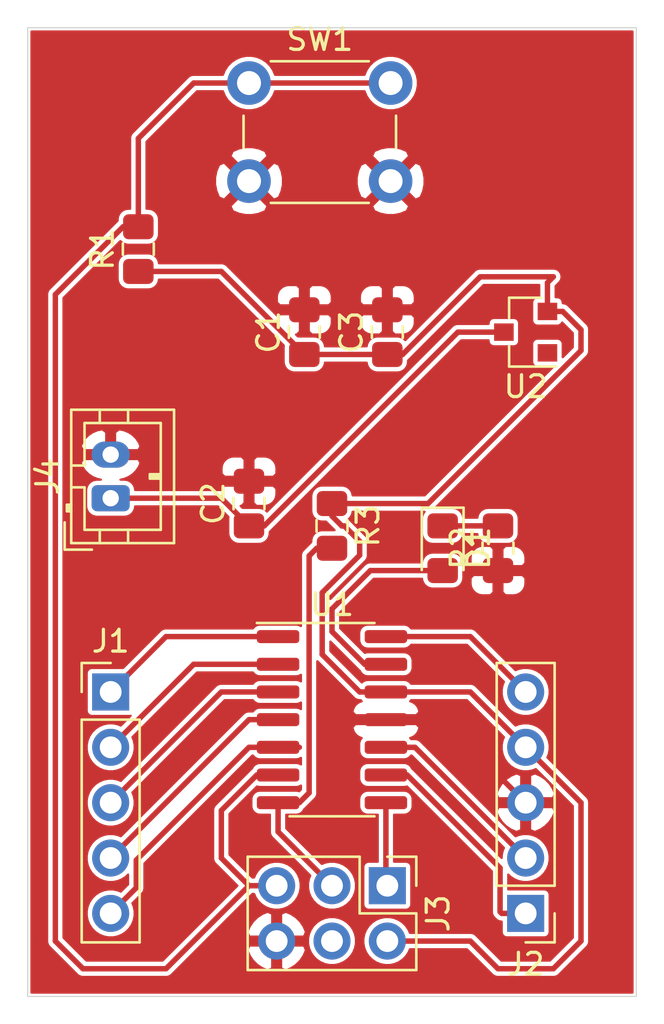
<source format=kicad_pcb>
(kicad_pcb (version 20171130) (host pcbnew 5.1.5+dfsg1-2build2)

  (general
    (thickness 1.6)
    (drawings 4)
    (tracks 93)
    (zones 0)
    (modules 14)
    (nets 19)
  )

  (page A4)
  (layers
    (0 F.Cu signal)
    (31 B.Cu signal)
    (32 B.Adhes user)
    (33 F.Adhes user)
    (34 B.Paste user)
    (35 F.Paste user)
    (36 B.SilkS user)
    (37 F.SilkS user)
    (38 B.Mask user)
    (39 F.Mask user)
    (40 Dwgs.User user)
    (41 Cmts.User user)
    (42 Eco1.User user)
    (43 Eco2.User user)
    (44 Edge.Cuts user)
    (45 Margin user)
    (46 B.CrtYd user)
    (47 F.CrtYd user)
    (48 B.Fab user)
    (49 F.Fab user hide)
  )

  (setup
    (last_trace_width 0.25)
    (trace_clearance 0.2)
    (zone_clearance 0.508)
    (zone_45_only no)
    (trace_min 0.2)
    (via_size 0.8)
    (via_drill 0.4)
    (via_min_size 0.4)
    (via_min_drill 0.3)
    (uvia_size 0.3)
    (uvia_drill 0.1)
    (uvias_allowed no)
    (uvia_min_size 0.2)
    (uvia_min_drill 0.1)
    (edge_width 0.05)
    (segment_width 0.2)
    (pcb_text_width 0.3)
    (pcb_text_size 1.5 1.5)
    (mod_edge_width 0.12)
    (mod_text_size 1 1)
    (mod_text_width 0.15)
    (pad_size 1.524 1.524)
    (pad_drill 0.762)
    (pad_to_mask_clearance 0.051)
    (solder_mask_min_width 0.25)
    (aux_axis_origin 0 0)
    (visible_elements FFFFFF7F)
    (pcbplotparams
      (layerselection 0x010fc_ffffffff)
      (usegerberextensions false)
      (usegerberattributes false)
      (usegerberadvancedattributes false)
      (creategerberjobfile false)
      (excludeedgelayer true)
      (linewidth 0.100000)
      (plotframeref false)
      (viasonmask false)
      (mode 1)
      (useauxorigin false)
      (hpglpennumber 1)
      (hpglpenspeed 20)
      (hpglpendiameter 15.000000)
      (psnegative false)
      (psa4output false)
      (plotreference true)
      (plotvalue true)
      (plotinvisibletext false)
      (padsonsilk false)
      (subtractmaskfromsilk false)
      (outputformat 1)
      (mirror false)
      (drillshape 1)
      (scaleselection 1)
      (outputdirectory ""))
  )

  (net 0 "")
  (net 1 +3V3)
  (net 2 GND)
  (net 3 +BATT)
  (net 4 "Net-(D1-Pad1)")
  (net 5 LED)
  (net 6 GPIO_1)
  (net 7 GPIO_2)
  (net 8 GPIO_3)
  (net 9 GPIO_4)
  (net 10 GPIO_5)
  (net 11 GPIO_6)
  (net 12 GPIO_7)
  (net 13 GPIO_8)
  (net 14 SWDIO)
  (net 15 SWCLK)
  (net 16 "Net-(J3-Pad4)")
  (net 17 reset)
  (net 18 "Net-(U2-Pad1)")

  (net_class Default "This is the default net class."
    (clearance 0.2)
    (trace_width 0.25)
    (via_dia 0.8)
    (via_drill 0.4)
    (uvia_dia 0.3)
    (uvia_drill 0.1)
    (add_net +3V3)
    (add_net +BATT)
    (add_net GND)
    (add_net GPIO_1)
    (add_net GPIO_2)
    (add_net GPIO_3)
    (add_net GPIO_4)
    (add_net GPIO_5)
    (add_net GPIO_6)
    (add_net GPIO_7)
    (add_net GPIO_8)
    (add_net LED)
    (add_net "Net-(D1-Pad1)")
    (add_net "Net-(J3-Pad4)")
    (add_net "Net-(U2-Pad1)")
    (add_net SWCLK)
    (add_net SWDIO)
    (add_net reset)
  )

  (module Capacitor_SMD:C_0805_2012Metric_Pad1.15x1.40mm_HandSolder (layer F.Cu) (tedit 5B36C52B) (tstamp 6054D48E)
    (at 134.62 88.9 90)
    (descr "Capacitor SMD 0805 (2012 Metric), square (rectangular) end terminal, IPC_7351 nominal with elongated pad for handsoldering. (Body size source: https://docs.google.com/spreadsheets/d/1BsfQQcO9C6DZCsRaXUlFlo91Tg2WpOkGARC1WS5S8t0/edit?usp=sharing), generated with kicad-footprint-generator")
    (tags "capacitor handsolder")
    (path /604CDED1)
    (attr smd)
    (fp_text reference C1 (at 0 -1.65 90) (layer F.SilkS)
      (effects (font (size 1 1) (thickness 0.15)))
    )
    (fp_text value 0.1uf (at 0 1.65 90) (layer F.Fab)
      (effects (font (size 1 1) (thickness 0.15)))
    )
    (fp_line (start -1 0.6) (end -1 -0.6) (layer F.Fab) (width 0.1))
    (fp_line (start -1 -0.6) (end 1 -0.6) (layer F.Fab) (width 0.1))
    (fp_line (start 1 -0.6) (end 1 0.6) (layer F.Fab) (width 0.1))
    (fp_line (start 1 0.6) (end -1 0.6) (layer F.Fab) (width 0.1))
    (fp_line (start -0.261252 -0.71) (end 0.261252 -0.71) (layer F.SilkS) (width 0.12))
    (fp_line (start -0.261252 0.71) (end 0.261252 0.71) (layer F.SilkS) (width 0.12))
    (fp_line (start -1.85 0.95) (end -1.85 -0.95) (layer F.CrtYd) (width 0.05))
    (fp_line (start -1.85 -0.95) (end 1.85 -0.95) (layer F.CrtYd) (width 0.05))
    (fp_line (start 1.85 -0.95) (end 1.85 0.95) (layer F.CrtYd) (width 0.05))
    (fp_line (start 1.85 0.95) (end -1.85 0.95) (layer F.CrtYd) (width 0.05))
    (fp_text user %R (at 0 0 90) (layer F.Fab)
      (effects (font (size 0.5 0.5) (thickness 0.08)))
    )
    (pad 1 smd roundrect (at -1.025 0 90) (size 1.15 1.4) (layers F.Cu F.Paste F.Mask) (roundrect_rratio 0.217391)
      (net 1 +3V3))
    (pad 2 smd roundrect (at 1.025 0 90) (size 1.15 1.4) (layers F.Cu F.Paste F.Mask) (roundrect_rratio 0.217391)
      (net 2 GND))
    (model ${KISYS3DMOD}/Capacitor_SMD.3dshapes/C_0805_2012Metric.wrl
      (at (xyz 0 0 0))
      (scale (xyz 1 1 1))
      (rotate (xyz 0 0 0))
    )
  )

  (module Capacitor_SMD:C_0805_2012Metric_Pad1.15x1.40mm_HandSolder (layer F.Cu) (tedit 5B36C52B) (tstamp 6054D49F)
    (at 132.08 96.765 90)
    (descr "Capacitor SMD 0805 (2012 Metric), square (rectangular) end terminal, IPC_7351 nominal with elongated pad for handsoldering. (Body size source: https://docs.google.com/spreadsheets/d/1BsfQQcO9C6DZCsRaXUlFlo91Tg2WpOkGARC1WS5S8t0/edit?usp=sharing), generated with kicad-footprint-generator")
    (tags "capacitor handsolder")
    (path /60514DD0)
    (attr smd)
    (fp_text reference C2 (at 0 -1.65 90) (layer F.SilkS)
      (effects (font (size 1 1) (thickness 0.15)))
    )
    (fp_text value 1uF (at 0 1.65 90) (layer F.Fab)
      (effects (font (size 1 1) (thickness 0.15)))
    )
    (fp_line (start -1 0.6) (end -1 -0.6) (layer F.Fab) (width 0.1))
    (fp_line (start -1 -0.6) (end 1 -0.6) (layer F.Fab) (width 0.1))
    (fp_line (start 1 -0.6) (end 1 0.6) (layer F.Fab) (width 0.1))
    (fp_line (start 1 0.6) (end -1 0.6) (layer F.Fab) (width 0.1))
    (fp_line (start -0.261252 -0.71) (end 0.261252 -0.71) (layer F.SilkS) (width 0.12))
    (fp_line (start -0.261252 0.71) (end 0.261252 0.71) (layer F.SilkS) (width 0.12))
    (fp_line (start -1.85 0.95) (end -1.85 -0.95) (layer F.CrtYd) (width 0.05))
    (fp_line (start -1.85 -0.95) (end 1.85 -0.95) (layer F.CrtYd) (width 0.05))
    (fp_line (start 1.85 -0.95) (end 1.85 0.95) (layer F.CrtYd) (width 0.05))
    (fp_line (start 1.85 0.95) (end -1.85 0.95) (layer F.CrtYd) (width 0.05))
    (fp_text user %R (at 0 0 90) (layer F.Fab)
      (effects (font (size 0.5 0.5) (thickness 0.08)))
    )
    (pad 1 smd roundrect (at -1.025 0 90) (size 1.15 1.4) (layers F.Cu F.Paste F.Mask) (roundrect_rratio 0.217391)
      (net 3 +BATT))
    (pad 2 smd roundrect (at 1.025 0 90) (size 1.15 1.4) (layers F.Cu F.Paste F.Mask) (roundrect_rratio 0.217391)
      (net 2 GND))
    (model ${KISYS3DMOD}/Capacitor_SMD.3dshapes/C_0805_2012Metric.wrl
      (at (xyz 0 0 0))
      (scale (xyz 1 1 1))
      (rotate (xyz 0 0 0))
    )
  )

  (module Capacitor_SMD:C_0805_2012Metric_Pad1.15x1.40mm_HandSolder (layer F.Cu) (tedit 5B36C52B) (tstamp 6054D4B0)
    (at 138.43 88.9 90)
    (descr "Capacitor SMD 0805 (2012 Metric), square (rectangular) end terminal, IPC_7351 nominal with elongated pad for handsoldering. (Body size source: https://docs.google.com/spreadsheets/d/1BsfQQcO9C6DZCsRaXUlFlo91Tg2WpOkGARC1WS5S8t0/edit?usp=sharing), generated with kicad-footprint-generator")
    (tags "capacitor handsolder")
    (path /60512C46)
    (attr smd)
    (fp_text reference C3 (at 0 -1.65 90) (layer F.SilkS)
      (effects (font (size 1 1) (thickness 0.15)))
    )
    (fp_text value 1uF (at 0 1.65 90) (layer F.Fab)
      (effects (font (size 1 1) (thickness 0.15)))
    )
    (fp_text user %R (at 0 0 90) (layer F.Fab)
      (effects (font (size 0.5 0.5) (thickness 0.08)))
    )
    (fp_line (start 1.85 0.95) (end -1.85 0.95) (layer F.CrtYd) (width 0.05))
    (fp_line (start 1.85 -0.95) (end 1.85 0.95) (layer F.CrtYd) (width 0.05))
    (fp_line (start -1.85 -0.95) (end 1.85 -0.95) (layer F.CrtYd) (width 0.05))
    (fp_line (start -1.85 0.95) (end -1.85 -0.95) (layer F.CrtYd) (width 0.05))
    (fp_line (start -0.261252 0.71) (end 0.261252 0.71) (layer F.SilkS) (width 0.12))
    (fp_line (start -0.261252 -0.71) (end 0.261252 -0.71) (layer F.SilkS) (width 0.12))
    (fp_line (start 1 0.6) (end -1 0.6) (layer F.Fab) (width 0.1))
    (fp_line (start 1 -0.6) (end 1 0.6) (layer F.Fab) (width 0.1))
    (fp_line (start -1 -0.6) (end 1 -0.6) (layer F.Fab) (width 0.1))
    (fp_line (start -1 0.6) (end -1 -0.6) (layer F.Fab) (width 0.1))
    (pad 2 smd roundrect (at 1.025 0 90) (size 1.15 1.4) (layers F.Cu F.Paste F.Mask) (roundrect_rratio 0.217391)
      (net 2 GND))
    (pad 1 smd roundrect (at -1.025 0 90) (size 1.15 1.4) (layers F.Cu F.Paste F.Mask) (roundrect_rratio 0.217391)
      (net 1 +3V3))
    (model ${KISYS3DMOD}/Capacitor_SMD.3dshapes/C_0805_2012Metric.wrl
      (at (xyz 0 0 0))
      (scale (xyz 1 1 1))
      (rotate (xyz 0 0 0))
    )
  )

  (module LED_SMD:LED_0805_2012Metric_Pad1.15x1.40mm_HandSolder (layer F.Cu) (tedit 5B4B45C9) (tstamp 6054D4C3)
    (at 140.97 98.815 270)
    (descr "LED SMD 0805 (2012 Metric), square (rectangular) end terminal, IPC_7351 nominal, (Body size source: https://docs.google.com/spreadsheets/d/1BsfQQcO9C6DZCsRaXUlFlo91Tg2WpOkGARC1WS5S8t0/edit?usp=sharing), generated with kicad-footprint-generator")
    (tags "LED handsolder")
    (path /604DCFEF)
    (attr smd)
    (fp_text reference D1 (at 0 -1.65 90) (layer F.SilkS)
      (effects (font (size 1 1) (thickness 0.15)))
    )
    (fp_text value LED_ALT (at 0 1.65 90) (layer F.Fab)
      (effects (font (size 1 1) (thickness 0.15)))
    )
    (fp_line (start 1 -0.6) (end -0.7 -0.6) (layer F.Fab) (width 0.1))
    (fp_line (start -0.7 -0.6) (end -1 -0.3) (layer F.Fab) (width 0.1))
    (fp_line (start -1 -0.3) (end -1 0.6) (layer F.Fab) (width 0.1))
    (fp_line (start -1 0.6) (end 1 0.6) (layer F.Fab) (width 0.1))
    (fp_line (start 1 0.6) (end 1 -0.6) (layer F.Fab) (width 0.1))
    (fp_line (start 1 -0.96) (end -1.86 -0.96) (layer F.SilkS) (width 0.12))
    (fp_line (start -1.86 -0.96) (end -1.86 0.96) (layer F.SilkS) (width 0.12))
    (fp_line (start -1.86 0.96) (end 1 0.96) (layer F.SilkS) (width 0.12))
    (fp_line (start -1.85 0.95) (end -1.85 -0.95) (layer F.CrtYd) (width 0.05))
    (fp_line (start -1.85 -0.95) (end 1.85 -0.95) (layer F.CrtYd) (width 0.05))
    (fp_line (start 1.85 -0.95) (end 1.85 0.95) (layer F.CrtYd) (width 0.05))
    (fp_line (start 1.85 0.95) (end -1.85 0.95) (layer F.CrtYd) (width 0.05))
    (fp_text user %R (at 0 0 90) (layer F.Fab)
      (effects (font (size 0.5 0.5) (thickness 0.08)))
    )
    (pad 1 smd roundrect (at -1.025 0 270) (size 1.15 1.4) (layers F.Cu F.Paste F.Mask) (roundrect_rratio 0.217391)
      (net 4 "Net-(D1-Pad1)"))
    (pad 2 smd roundrect (at 1.025 0 270) (size 1.15 1.4) (layers F.Cu F.Paste F.Mask) (roundrect_rratio 0.217391)
      (net 5 LED))
    (model ${KISYS3DMOD}/LED_SMD.3dshapes/LED_0805_2012Metric.wrl
      (at (xyz 0 0 0))
      (scale (xyz 1 1 1))
      (rotate (xyz 0 0 0))
    )
  )

  (module Connector_PinHeader_2.54mm:PinHeader_1x05_P2.54mm_Vertical (layer F.Cu) (tedit 59FED5CC) (tstamp 6054D4DC)
    (at 125.73 105.41)
    (descr "Through hole straight pin header, 1x05, 2.54mm pitch, single row")
    (tags "Through hole pin header THT 1x05 2.54mm single row")
    (path /604F949D)
    (fp_text reference J1 (at 0 -2.33) (layer F.SilkS)
      (effects (font (size 1 1) (thickness 0.15)))
    )
    (fp_text value GPIO_AA (at 0 12.49) (layer F.Fab)
      (effects (font (size 1 1) (thickness 0.15)))
    )
    (fp_line (start -0.635 -1.27) (end 1.27 -1.27) (layer F.Fab) (width 0.1))
    (fp_line (start 1.27 -1.27) (end 1.27 11.43) (layer F.Fab) (width 0.1))
    (fp_line (start 1.27 11.43) (end -1.27 11.43) (layer F.Fab) (width 0.1))
    (fp_line (start -1.27 11.43) (end -1.27 -0.635) (layer F.Fab) (width 0.1))
    (fp_line (start -1.27 -0.635) (end -0.635 -1.27) (layer F.Fab) (width 0.1))
    (fp_line (start -1.33 11.49) (end 1.33 11.49) (layer F.SilkS) (width 0.12))
    (fp_line (start -1.33 1.27) (end -1.33 11.49) (layer F.SilkS) (width 0.12))
    (fp_line (start 1.33 1.27) (end 1.33 11.49) (layer F.SilkS) (width 0.12))
    (fp_line (start -1.33 1.27) (end 1.33 1.27) (layer F.SilkS) (width 0.12))
    (fp_line (start -1.33 0) (end -1.33 -1.33) (layer F.SilkS) (width 0.12))
    (fp_line (start -1.33 -1.33) (end 0 -1.33) (layer F.SilkS) (width 0.12))
    (fp_line (start -1.8 -1.8) (end -1.8 11.95) (layer F.CrtYd) (width 0.05))
    (fp_line (start -1.8 11.95) (end 1.8 11.95) (layer F.CrtYd) (width 0.05))
    (fp_line (start 1.8 11.95) (end 1.8 -1.8) (layer F.CrtYd) (width 0.05))
    (fp_line (start 1.8 -1.8) (end -1.8 -1.8) (layer F.CrtYd) (width 0.05))
    (fp_text user %R (at 0 5.08 90) (layer F.Fab)
      (effects (font (size 1 1) (thickness 0.15)))
    )
    (pad 1 thru_hole rect (at 0 0) (size 1.7 1.7) (drill 1) (layers *.Cu *.Mask)
      (net 9 GPIO_4))
    (pad 2 thru_hole oval (at 0 2.54) (size 1.7 1.7) (drill 1) (layers *.Cu *.Mask)
      (net 6 GPIO_1))
    (pad 3 thru_hole oval (at 0 5.08) (size 1.7 1.7) (drill 1) (layers *.Cu *.Mask)
      (net 7 GPIO_2))
    (pad 4 thru_hole oval (at 0 7.62) (size 1.7 1.7) (drill 1) (layers *.Cu *.Mask)
      (net 10 GPIO_5))
    (pad 5 thru_hole oval (at 0 10.16) (size 1.7 1.7) (drill 1) (layers *.Cu *.Mask)
      (net 11 GPIO_6))
    (model ${KISYS3DMOD}/Connector_PinHeader_2.54mm.3dshapes/PinHeader_1x05_P2.54mm_Vertical.wrl
      (at (xyz 0 0 0))
      (scale (xyz 1 1 1))
      (rotate (xyz 0 0 0))
    )
  )

  (module Connector_PinHeader_2.54mm:PinHeader_1x05_P2.54mm_Vertical (layer F.Cu) (tedit 59FED5CC) (tstamp 6054D4F5)
    (at 144.78 115.57 180)
    (descr "Through hole straight pin header, 1x05, 2.54mm pitch, single row")
    (tags "Through hole pin header THT 1x05 2.54mm single row")
    (path /604FAEB5)
    (fp_text reference J2 (at 0 -2.33) (layer F.SilkS)
      (effects (font (size 1 1) (thickness 0.15)))
    )
    (fp_text value GPIO_BB (at 0 12.49) (layer F.Fab)
      (effects (font (size 1 1) (thickness 0.15)))
    )
    (fp_text user %R (at 0 5.08 90) (layer F.Fab)
      (effects (font (size 1 1) (thickness 0.15)))
    )
    (fp_line (start 1.8 -1.8) (end -1.8 -1.8) (layer F.CrtYd) (width 0.05))
    (fp_line (start 1.8 11.95) (end 1.8 -1.8) (layer F.CrtYd) (width 0.05))
    (fp_line (start -1.8 11.95) (end 1.8 11.95) (layer F.CrtYd) (width 0.05))
    (fp_line (start -1.8 -1.8) (end -1.8 11.95) (layer F.CrtYd) (width 0.05))
    (fp_line (start -1.33 -1.33) (end 0 -1.33) (layer F.SilkS) (width 0.12))
    (fp_line (start -1.33 0) (end -1.33 -1.33) (layer F.SilkS) (width 0.12))
    (fp_line (start -1.33 1.27) (end 1.33 1.27) (layer F.SilkS) (width 0.12))
    (fp_line (start 1.33 1.27) (end 1.33 11.49) (layer F.SilkS) (width 0.12))
    (fp_line (start -1.33 1.27) (end -1.33 11.49) (layer F.SilkS) (width 0.12))
    (fp_line (start -1.33 11.49) (end 1.33 11.49) (layer F.SilkS) (width 0.12))
    (fp_line (start -1.27 -0.635) (end -0.635 -1.27) (layer F.Fab) (width 0.1))
    (fp_line (start -1.27 11.43) (end -1.27 -0.635) (layer F.Fab) (width 0.1))
    (fp_line (start 1.27 11.43) (end -1.27 11.43) (layer F.Fab) (width 0.1))
    (fp_line (start 1.27 -1.27) (end 1.27 11.43) (layer F.Fab) (width 0.1))
    (fp_line (start -0.635 -1.27) (end 1.27 -1.27) (layer F.Fab) (width 0.1))
    (pad 5 thru_hole oval (at 0 10.16 180) (size 1.7 1.7) (drill 1) (layers *.Cu *.Mask)
      (net 8 GPIO_3))
    (pad 4 thru_hole oval (at 0 7.62 180) (size 1.7 1.7) (drill 1) (layers *.Cu *.Mask)
      (net 1 +3V3))
    (pad 3 thru_hole oval (at 0 5.08 180) (size 1.7 1.7) (drill 1) (layers *.Cu *.Mask)
      (net 2 GND))
    (pad 2 thru_hole oval (at 0 2.54 180) (size 1.7 1.7) (drill 1) (layers *.Cu *.Mask)
      (net 13 GPIO_8))
    (pad 1 thru_hole rect (at 0 0 180) (size 1.7 1.7) (drill 1) (layers *.Cu *.Mask)
      (net 12 GPIO_7))
    (model ${KISYS3DMOD}/Connector_PinHeader_2.54mm.3dshapes/PinHeader_1x05_P2.54mm_Vertical.wrl
      (at (xyz 0 0 0))
      (scale (xyz 1 1 1))
      (rotate (xyz 0 0 0))
    )
  )

  (module Connector_PinHeader_2.54mm:PinHeader_2x03_P2.54mm_Vertical (layer F.Cu) (tedit 59FED5CC) (tstamp 6054DA61)
    (at 138.43 114.3 270)
    (descr "Through hole straight pin header, 2x03, 2.54mm pitch, double rows")
    (tags "Through hole pin header THT 2x03 2.54mm double row")
    (path /604DF4D9)
    (fp_text reference J3 (at 1.27 -2.33 90) (layer F.SilkS)
      (effects (font (size 1 1) (thickness 0.15)))
    )
    (fp_text value SWD_PGM (at 1.27 7.41 90) (layer F.Fab)
      (effects (font (size 1 1) (thickness 0.15)))
    )
    (fp_line (start 0 -1.27) (end 3.81 -1.27) (layer F.Fab) (width 0.1))
    (fp_line (start 3.81 -1.27) (end 3.81 6.35) (layer F.Fab) (width 0.1))
    (fp_line (start 3.81 6.35) (end -1.27 6.35) (layer F.Fab) (width 0.1))
    (fp_line (start -1.27 6.35) (end -1.27 0) (layer F.Fab) (width 0.1))
    (fp_line (start -1.27 0) (end 0 -1.27) (layer F.Fab) (width 0.1))
    (fp_line (start -1.33 6.41) (end 3.87 6.41) (layer F.SilkS) (width 0.12))
    (fp_line (start -1.33 1.27) (end -1.33 6.41) (layer F.SilkS) (width 0.12))
    (fp_line (start 3.87 -1.33) (end 3.87 6.41) (layer F.SilkS) (width 0.12))
    (fp_line (start -1.33 1.27) (end 1.27 1.27) (layer F.SilkS) (width 0.12))
    (fp_line (start 1.27 1.27) (end 1.27 -1.33) (layer F.SilkS) (width 0.12))
    (fp_line (start 1.27 -1.33) (end 3.87 -1.33) (layer F.SilkS) (width 0.12))
    (fp_line (start -1.33 0) (end -1.33 -1.33) (layer F.SilkS) (width 0.12))
    (fp_line (start -1.33 -1.33) (end 0 -1.33) (layer F.SilkS) (width 0.12))
    (fp_line (start -1.8 -1.8) (end -1.8 6.85) (layer F.CrtYd) (width 0.05))
    (fp_line (start -1.8 6.85) (end 4.35 6.85) (layer F.CrtYd) (width 0.05))
    (fp_line (start 4.35 6.85) (end 4.35 -1.8) (layer F.CrtYd) (width 0.05))
    (fp_line (start 4.35 -1.8) (end -1.8 -1.8) (layer F.CrtYd) (width 0.05))
    (fp_text user %R (at 1.27 2.54) (layer F.Fab)
      (effects (font (size 1 1) (thickness 0.15)))
    )
    (pad 1 thru_hole rect (at 0 0 270) (size 1.7 1.7) (drill 1) (layers *.Cu *.Mask)
      (net 14 SWDIO))
    (pad 2 thru_hole oval (at 2.54 0 270) (size 1.7 1.7) (drill 1) (layers *.Cu *.Mask)
      (net 1 +3V3))
    (pad 3 thru_hole oval (at 0 2.54 270) (size 1.7 1.7) (drill 1) (layers *.Cu *.Mask)
      (net 15 SWCLK))
    (pad 4 thru_hole oval (at 2.54 2.54 270) (size 1.7 1.7) (drill 1) (layers *.Cu *.Mask)
      (net 16 "Net-(J3-Pad4)"))
    (pad 5 thru_hole oval (at 0 5.08 270) (size 1.7 1.7) (drill 1) (layers *.Cu *.Mask)
      (net 17 reset))
    (pad 6 thru_hole oval (at 2.54 5.08 270) (size 1.7 1.7) (drill 1) (layers *.Cu *.Mask)
      (net 2 GND))
    (model ${KISYS3DMOD}/Connector_PinHeader_2.54mm.3dshapes/PinHeader_2x03_P2.54mm_Vertical.wrl
      (at (xyz 0 0 0))
      (scale (xyz 1 1 1))
      (rotate (xyz 0 0 0))
    )
  )

  (module Connector_JST:JST_PH_B2B-PH-K_1x02_P2.00mm_Vertical (layer F.Cu) (tedit 5B7745C2) (tstamp 6054D53B)
    (at 125.73 96.52 90)
    (descr "JST PH series connector, B2B-PH-K (http://www.jst-mfg.com/product/pdf/eng/ePH.pdf), generated with kicad-footprint-generator")
    (tags "connector JST PH side entry")
    (path /60507C0C)
    (fp_text reference J4 (at 1 -2.9 90) (layer F.SilkS)
      (effects (font (size 1 1) (thickness 0.15)))
    )
    (fp_text value Battery (at 1 4 90) (layer F.Fab)
      (effects (font (size 1 1) (thickness 0.15)))
    )
    (fp_line (start -2.06 -1.81) (end -2.06 2.91) (layer F.SilkS) (width 0.12))
    (fp_line (start -2.06 2.91) (end 4.06 2.91) (layer F.SilkS) (width 0.12))
    (fp_line (start 4.06 2.91) (end 4.06 -1.81) (layer F.SilkS) (width 0.12))
    (fp_line (start 4.06 -1.81) (end -2.06 -1.81) (layer F.SilkS) (width 0.12))
    (fp_line (start -0.3 -1.81) (end -0.3 -2.01) (layer F.SilkS) (width 0.12))
    (fp_line (start -0.3 -2.01) (end -0.6 -2.01) (layer F.SilkS) (width 0.12))
    (fp_line (start -0.6 -2.01) (end -0.6 -1.81) (layer F.SilkS) (width 0.12))
    (fp_line (start -0.3 -1.91) (end -0.6 -1.91) (layer F.SilkS) (width 0.12))
    (fp_line (start 0.5 -1.81) (end 0.5 -1.2) (layer F.SilkS) (width 0.12))
    (fp_line (start 0.5 -1.2) (end -1.45 -1.2) (layer F.SilkS) (width 0.12))
    (fp_line (start -1.45 -1.2) (end -1.45 2.3) (layer F.SilkS) (width 0.12))
    (fp_line (start -1.45 2.3) (end 3.45 2.3) (layer F.SilkS) (width 0.12))
    (fp_line (start 3.45 2.3) (end 3.45 -1.2) (layer F.SilkS) (width 0.12))
    (fp_line (start 3.45 -1.2) (end 1.5 -1.2) (layer F.SilkS) (width 0.12))
    (fp_line (start 1.5 -1.2) (end 1.5 -1.81) (layer F.SilkS) (width 0.12))
    (fp_line (start -2.06 -0.5) (end -1.45 -0.5) (layer F.SilkS) (width 0.12))
    (fp_line (start -2.06 0.8) (end -1.45 0.8) (layer F.SilkS) (width 0.12))
    (fp_line (start 4.06 -0.5) (end 3.45 -0.5) (layer F.SilkS) (width 0.12))
    (fp_line (start 4.06 0.8) (end 3.45 0.8) (layer F.SilkS) (width 0.12))
    (fp_line (start 0.9 2.3) (end 0.9 1.8) (layer F.SilkS) (width 0.12))
    (fp_line (start 0.9 1.8) (end 1.1 1.8) (layer F.SilkS) (width 0.12))
    (fp_line (start 1.1 1.8) (end 1.1 2.3) (layer F.SilkS) (width 0.12))
    (fp_line (start 1 2.3) (end 1 1.8) (layer F.SilkS) (width 0.12))
    (fp_line (start -1.11 -2.11) (end -2.36 -2.11) (layer F.SilkS) (width 0.12))
    (fp_line (start -2.36 -2.11) (end -2.36 -0.86) (layer F.SilkS) (width 0.12))
    (fp_line (start -1.11 -2.11) (end -2.36 -2.11) (layer F.Fab) (width 0.1))
    (fp_line (start -2.36 -2.11) (end -2.36 -0.86) (layer F.Fab) (width 0.1))
    (fp_line (start -1.95 -1.7) (end -1.95 2.8) (layer F.Fab) (width 0.1))
    (fp_line (start -1.95 2.8) (end 3.95 2.8) (layer F.Fab) (width 0.1))
    (fp_line (start 3.95 2.8) (end 3.95 -1.7) (layer F.Fab) (width 0.1))
    (fp_line (start 3.95 -1.7) (end -1.95 -1.7) (layer F.Fab) (width 0.1))
    (fp_line (start -2.45 -2.2) (end -2.45 3.3) (layer F.CrtYd) (width 0.05))
    (fp_line (start -2.45 3.3) (end 4.45 3.3) (layer F.CrtYd) (width 0.05))
    (fp_line (start 4.45 3.3) (end 4.45 -2.2) (layer F.CrtYd) (width 0.05))
    (fp_line (start 4.45 -2.2) (end -2.45 -2.2) (layer F.CrtYd) (width 0.05))
    (fp_text user %R (at 1 1.5 90) (layer F.Fab)
      (effects (font (size 1 1) (thickness 0.15)))
    )
    (pad 1 thru_hole roundrect (at 0 0 90) (size 1.2 1.75) (drill 0.75) (layers *.Cu *.Mask) (roundrect_rratio 0.208333)
      (net 3 +BATT))
    (pad 2 thru_hole oval (at 2 0 90) (size 1.2 1.75) (drill 0.75) (layers *.Cu *.Mask)
      (net 2 GND))
    (model ${KISYS3DMOD}/Connector_JST.3dshapes/JST_PH_B2B-PH-K_1x02_P2.00mm_Vertical.wrl
      (at (xyz 0 0 0))
      (scale (xyz 1 1 1))
      (rotate (xyz 0 0 0))
    )
  )

  (module Resistor_SMD:R_0805_2012Metric_Pad1.15x1.40mm_HandSolder (layer F.Cu) (tedit 5B36C52B) (tstamp 6054D54C)
    (at 127 85.09 90)
    (descr "Resistor SMD 0805 (2012 Metric), square (rectangular) end terminal, IPC_7351 nominal with elongated pad for handsoldering. (Body size source: https://docs.google.com/spreadsheets/d/1BsfQQcO9C6DZCsRaXUlFlo91Tg2WpOkGARC1WS5S8t0/edit?usp=sharing), generated with kicad-footprint-generator")
    (tags "resistor handsolder")
    (path /604D5098)
    (attr smd)
    (fp_text reference R1 (at 0 -1.65 90) (layer F.SilkS)
      (effects (font (size 1 1) (thickness 0.15)))
    )
    (fp_text value 10k (at 0 1.65 90) (layer F.Fab)
      (effects (font (size 1 1) (thickness 0.15)))
    )
    (fp_line (start -1 0.6) (end -1 -0.6) (layer F.Fab) (width 0.1))
    (fp_line (start -1 -0.6) (end 1 -0.6) (layer F.Fab) (width 0.1))
    (fp_line (start 1 -0.6) (end 1 0.6) (layer F.Fab) (width 0.1))
    (fp_line (start 1 0.6) (end -1 0.6) (layer F.Fab) (width 0.1))
    (fp_line (start -0.261252 -0.71) (end 0.261252 -0.71) (layer F.SilkS) (width 0.12))
    (fp_line (start -0.261252 0.71) (end 0.261252 0.71) (layer F.SilkS) (width 0.12))
    (fp_line (start -1.85 0.95) (end -1.85 -0.95) (layer F.CrtYd) (width 0.05))
    (fp_line (start -1.85 -0.95) (end 1.85 -0.95) (layer F.CrtYd) (width 0.05))
    (fp_line (start 1.85 -0.95) (end 1.85 0.95) (layer F.CrtYd) (width 0.05))
    (fp_line (start 1.85 0.95) (end -1.85 0.95) (layer F.CrtYd) (width 0.05))
    (fp_text user %R (at 0 0 90) (layer F.Fab)
      (effects (font (size 0.5 0.5) (thickness 0.08)))
    )
    (pad 1 smd roundrect (at -1.025 0 90) (size 1.15 1.4) (layers F.Cu F.Paste F.Mask) (roundrect_rratio 0.217391)
      (net 1 +3V3))
    (pad 2 smd roundrect (at 1.025 0 90) (size 1.15 1.4) (layers F.Cu F.Paste F.Mask) (roundrect_rratio 0.217391)
      (net 17 reset))
    (model ${KISYS3DMOD}/Resistor_SMD.3dshapes/R_0805_2012Metric.wrl
      (at (xyz 0 0 0))
      (scale (xyz 1 1 1))
      (rotate (xyz 0 0 0))
    )
  )

  (module Resistor_SMD:R_0805_2012Metric_Pad1.15x1.40mm_HandSolder (layer F.Cu) (tedit 5B36C52B) (tstamp 6054D55D)
    (at 143.51 98.815 90)
    (descr "Resistor SMD 0805 (2012 Metric), square (rectangular) end terminal, IPC_7351 nominal with elongated pad for handsoldering. (Body size source: https://docs.google.com/spreadsheets/d/1BsfQQcO9C6DZCsRaXUlFlo91Tg2WpOkGARC1WS5S8t0/edit?usp=sharing), generated with kicad-footprint-generator")
    (tags "resistor handsolder")
    (path /604DDDDD)
    (attr smd)
    (fp_text reference R2 (at 0 -1.65 90) (layer F.SilkS)
      (effects (font (size 1 1) (thickness 0.15)))
    )
    (fp_text value 1k (at 0 1.65 90) (layer F.Fab)
      (effects (font (size 1 1) (thickness 0.15)))
    )
    (fp_text user %R (at 0 0 90) (layer F.Fab)
      (effects (font (size 0.5 0.5) (thickness 0.08)))
    )
    (fp_line (start 1.85 0.95) (end -1.85 0.95) (layer F.CrtYd) (width 0.05))
    (fp_line (start 1.85 -0.95) (end 1.85 0.95) (layer F.CrtYd) (width 0.05))
    (fp_line (start -1.85 -0.95) (end 1.85 -0.95) (layer F.CrtYd) (width 0.05))
    (fp_line (start -1.85 0.95) (end -1.85 -0.95) (layer F.CrtYd) (width 0.05))
    (fp_line (start -0.261252 0.71) (end 0.261252 0.71) (layer F.SilkS) (width 0.12))
    (fp_line (start -0.261252 -0.71) (end 0.261252 -0.71) (layer F.SilkS) (width 0.12))
    (fp_line (start 1 0.6) (end -1 0.6) (layer F.Fab) (width 0.1))
    (fp_line (start 1 -0.6) (end 1 0.6) (layer F.Fab) (width 0.1))
    (fp_line (start -1 -0.6) (end 1 -0.6) (layer F.Fab) (width 0.1))
    (fp_line (start -1 0.6) (end -1 -0.6) (layer F.Fab) (width 0.1))
    (pad 2 smd roundrect (at 1.025 0 90) (size 1.15 1.4) (layers F.Cu F.Paste F.Mask) (roundrect_rratio 0.217391)
      (net 4 "Net-(D1-Pad1)"))
    (pad 1 smd roundrect (at -1.025 0 90) (size 1.15 1.4) (layers F.Cu F.Paste F.Mask) (roundrect_rratio 0.217391)
      (net 2 GND))
    (model ${KISYS3DMOD}/Resistor_SMD.3dshapes/R_0805_2012Metric.wrl
      (at (xyz 0 0 0))
      (scale (xyz 1 1 1))
      (rotate (xyz 0 0 0))
    )
  )

  (module Resistor_SMD:R_0805_2012Metric_Pad1.15x1.40mm_HandSolder (layer F.Cu) (tedit 5B36C52B) (tstamp 6054D56E)
    (at 135.89 97.79 270)
    (descr "Resistor SMD 0805 (2012 Metric), square (rectangular) end terminal, IPC_7351 nominal with elongated pad for handsoldering. (Body size source: https://docs.google.com/spreadsheets/d/1BsfQQcO9C6DZCsRaXUlFlo91Tg2WpOkGARC1WS5S8t0/edit?usp=sharing), generated with kicad-footprint-generator")
    (tags "resistor handsolder")
    (path /604F7FFD)
    (attr smd)
    (fp_text reference R3 (at 0 -1.65 90) (layer F.SilkS)
      (effects (font (size 1 1) (thickness 0.15)))
    )
    (fp_text value 1k (at 0 1.65 90) (layer F.Fab)
      (effects (font (size 1 1) (thickness 0.15)))
    )
    (fp_line (start -1 0.6) (end -1 -0.6) (layer F.Fab) (width 0.1))
    (fp_line (start -1 -0.6) (end 1 -0.6) (layer F.Fab) (width 0.1))
    (fp_line (start 1 -0.6) (end 1 0.6) (layer F.Fab) (width 0.1))
    (fp_line (start 1 0.6) (end -1 0.6) (layer F.Fab) (width 0.1))
    (fp_line (start -0.261252 -0.71) (end 0.261252 -0.71) (layer F.SilkS) (width 0.12))
    (fp_line (start -0.261252 0.71) (end 0.261252 0.71) (layer F.SilkS) (width 0.12))
    (fp_line (start -1.85 0.95) (end -1.85 -0.95) (layer F.CrtYd) (width 0.05))
    (fp_line (start -1.85 -0.95) (end 1.85 -0.95) (layer F.CrtYd) (width 0.05))
    (fp_line (start 1.85 -0.95) (end 1.85 0.95) (layer F.CrtYd) (width 0.05))
    (fp_line (start 1.85 0.95) (end -1.85 0.95) (layer F.CrtYd) (width 0.05))
    (fp_text user %R (at 0 0 90) (layer F.Fab)
      (effects (font (size 0.5 0.5) (thickness 0.08)))
    )
    (pad 1 smd roundrect (at -1.025 0 270) (size 1.15 1.4) (layers F.Cu F.Paste F.Mask) (roundrect_rratio 0.217391)
      (net 1 +3V3))
    (pad 2 smd roundrect (at 1.025 0 270) (size 1.15 1.4) (layers F.Cu F.Paste F.Mask) (roundrect_rratio 0.217391)
      (net 15 SWCLK))
    (model ${KISYS3DMOD}/Resistor_SMD.3dshapes/R_0805_2012Metric.wrl
      (at (xyz 0 0 0))
      (scale (xyz 1 1 1))
      (rotate (xyz 0 0 0))
    )
  )

  (module Button_Switch_THT:SW_PUSH_6mm (layer F.Cu) (tedit 5A02FE31) (tstamp 6054D98F)
    (at 132.08 77.47)
    (descr https://www.omron.com/ecb/products/pdf/en-b3f.pdf)
    (tags "tact sw push 6mm")
    (path /604D7002)
    (fp_text reference SW1 (at 3.25 -2) (layer F.SilkS)
      (effects (font (size 1 1) (thickness 0.15)))
    )
    (fp_text value SW_Push (at 3.75 6.7) (layer F.Fab)
      (effects (font (size 1 1) (thickness 0.15)))
    )
    (fp_text user %R (at 3.25 2.25) (layer F.Fab)
      (effects (font (size 1 1) (thickness 0.15)))
    )
    (fp_line (start 3.25 -0.75) (end 6.25 -0.75) (layer F.Fab) (width 0.1))
    (fp_line (start 6.25 -0.75) (end 6.25 5.25) (layer F.Fab) (width 0.1))
    (fp_line (start 6.25 5.25) (end 0.25 5.25) (layer F.Fab) (width 0.1))
    (fp_line (start 0.25 5.25) (end 0.25 -0.75) (layer F.Fab) (width 0.1))
    (fp_line (start 0.25 -0.75) (end 3.25 -0.75) (layer F.Fab) (width 0.1))
    (fp_line (start 7.75 6) (end 8 6) (layer F.CrtYd) (width 0.05))
    (fp_line (start 8 6) (end 8 5.75) (layer F.CrtYd) (width 0.05))
    (fp_line (start 7.75 -1.5) (end 8 -1.5) (layer F.CrtYd) (width 0.05))
    (fp_line (start 8 -1.5) (end 8 -1.25) (layer F.CrtYd) (width 0.05))
    (fp_line (start -1.5 -1.25) (end -1.5 -1.5) (layer F.CrtYd) (width 0.05))
    (fp_line (start -1.5 -1.5) (end -1.25 -1.5) (layer F.CrtYd) (width 0.05))
    (fp_line (start -1.5 5.75) (end -1.5 6) (layer F.CrtYd) (width 0.05))
    (fp_line (start -1.5 6) (end -1.25 6) (layer F.CrtYd) (width 0.05))
    (fp_line (start -1.25 -1.5) (end 7.75 -1.5) (layer F.CrtYd) (width 0.05))
    (fp_line (start -1.5 5.75) (end -1.5 -1.25) (layer F.CrtYd) (width 0.05))
    (fp_line (start 7.75 6) (end -1.25 6) (layer F.CrtYd) (width 0.05))
    (fp_line (start 8 -1.25) (end 8 5.75) (layer F.CrtYd) (width 0.05))
    (fp_line (start 1 5.5) (end 5.5 5.5) (layer F.SilkS) (width 0.12))
    (fp_line (start -0.25 1.5) (end -0.25 3) (layer F.SilkS) (width 0.12))
    (fp_line (start 5.5 -1) (end 1 -1) (layer F.SilkS) (width 0.12))
    (fp_line (start 6.75 3) (end 6.75 1.5) (layer F.SilkS) (width 0.12))
    (fp_circle (center 3.25 2.25) (end 1.25 2.5) (layer F.Fab) (width 0.1))
    (pad 2 thru_hole circle (at 0 4.5 90) (size 2 2) (drill 1.1) (layers *.Cu *.Mask)
      (net 2 GND))
    (pad 1 thru_hole circle (at 0 0 90) (size 2 2) (drill 1.1) (layers *.Cu *.Mask)
      (net 17 reset))
    (pad 2 thru_hole circle (at 6.5 4.5 90) (size 2 2) (drill 1.1) (layers *.Cu *.Mask)
      (net 2 GND))
    (pad 1 thru_hole circle (at 6.5 0 90) (size 2 2) (drill 1.1) (layers *.Cu *.Mask)
      (net 17 reset))
    (model ${KISYS3DMOD}/Button_Switch_THT.3dshapes/SW_PUSH_6mm.wrl
      (at (xyz 0 0 0))
      (scale (xyz 1 1 1))
      (rotate (xyz 0 0 0))
    )
  )

  (module Package_SO:SOIC-14_3.9x8.7mm_P1.27mm (layer F.Cu) (tedit 5D9F72B1) (tstamp 6054D5AD)
    (at 135.89 106.68)
    (descr "SOIC, 14 Pin (JEDEC MS-012AB, https://www.analog.com/media/en/package-pcb-resources/package/pkg_pdf/soic_narrow-r/r_14.pdf), generated with kicad-footprint-generator ipc_gullwing_generator.py")
    (tags "SOIC SO")
    (path /604CCB48)
    (attr smd)
    (fp_text reference U1 (at 0 -5.28) (layer F.SilkS)
      (effects (font (size 1 1) (thickness 0.15)))
    )
    (fp_text value ATSAMD10C14A-SS (at 0 5.28) (layer F.Fab)
      (effects (font (size 1 1) (thickness 0.15)))
    )
    (fp_line (start 0 4.435) (end 1.95 4.435) (layer F.SilkS) (width 0.12))
    (fp_line (start 0 4.435) (end -1.95 4.435) (layer F.SilkS) (width 0.12))
    (fp_line (start 0 -4.435) (end 1.95 -4.435) (layer F.SilkS) (width 0.12))
    (fp_line (start 0 -4.435) (end -3.45 -4.435) (layer F.SilkS) (width 0.12))
    (fp_line (start -0.975 -4.325) (end 1.95 -4.325) (layer F.Fab) (width 0.1))
    (fp_line (start 1.95 -4.325) (end 1.95 4.325) (layer F.Fab) (width 0.1))
    (fp_line (start 1.95 4.325) (end -1.95 4.325) (layer F.Fab) (width 0.1))
    (fp_line (start -1.95 4.325) (end -1.95 -3.35) (layer F.Fab) (width 0.1))
    (fp_line (start -1.95 -3.35) (end -0.975 -4.325) (layer F.Fab) (width 0.1))
    (fp_line (start -3.7 -4.58) (end -3.7 4.58) (layer F.CrtYd) (width 0.05))
    (fp_line (start -3.7 4.58) (end 3.7 4.58) (layer F.CrtYd) (width 0.05))
    (fp_line (start 3.7 4.58) (end 3.7 -4.58) (layer F.CrtYd) (width 0.05))
    (fp_line (start 3.7 -4.58) (end -3.7 -4.58) (layer F.CrtYd) (width 0.05))
    (fp_text user %R (at 0 0) (layer F.Fab)
      (effects (font (size 0.98 0.98) (thickness 0.15)))
    )
    (pad 1 smd roundrect (at -2.475 -3.81) (size 1.95 0.6) (layers F.Cu F.Paste F.Mask) (roundrect_rratio 0.25)
      (net 9 GPIO_4))
    (pad 2 smd roundrect (at -2.475 -2.54) (size 1.95 0.6) (layers F.Cu F.Paste F.Mask) (roundrect_rratio 0.25)
      (net 6 GPIO_1))
    (pad 3 smd roundrect (at -2.475 -1.27) (size 1.95 0.6) (layers F.Cu F.Paste F.Mask) (roundrect_rratio 0.25)
      (net 7 GPIO_2))
    (pad 4 smd roundrect (at -2.475 0) (size 1.95 0.6) (layers F.Cu F.Paste F.Mask) (roundrect_rratio 0.25)
      (net 10 GPIO_5))
    (pad 5 smd roundrect (at -2.475 1.27) (size 1.95 0.6) (layers F.Cu F.Paste F.Mask) (roundrect_rratio 0.25)
      (net 11 GPIO_6))
    (pad 6 smd roundrect (at -2.475 2.54) (size 1.95 0.6) (layers F.Cu F.Paste F.Mask) (roundrect_rratio 0.25)
      (net 17 reset))
    (pad 7 smd roundrect (at -2.475 3.81) (size 1.95 0.6) (layers F.Cu F.Paste F.Mask) (roundrect_rratio 0.25)
      (net 15 SWCLK))
    (pad 8 smd roundrect (at 2.475 3.81) (size 1.95 0.6) (layers F.Cu F.Paste F.Mask) (roundrect_rratio 0.25)
      (net 14 SWDIO))
    (pad 9 smd roundrect (at 2.475 2.54) (size 1.95 0.6) (layers F.Cu F.Paste F.Mask) (roundrect_rratio 0.25)
      (net 12 GPIO_7))
    (pad 10 smd roundrect (at 2.475 1.27) (size 1.95 0.6) (layers F.Cu F.Paste F.Mask) (roundrect_rratio 0.25)
      (net 13 GPIO_8))
    (pad 11 smd roundrect (at 2.475 0) (size 1.95 0.6) (layers F.Cu F.Paste F.Mask) (roundrect_rratio 0.25)
      (net 2 GND))
    (pad 12 smd roundrect (at 2.475 -1.27) (size 1.95 0.6) (layers F.Cu F.Paste F.Mask) (roundrect_rratio 0.25)
      (net 1 +3V3))
    (pad 13 smd roundrect (at 2.475 -2.54) (size 1.95 0.6) (layers F.Cu F.Paste F.Mask) (roundrect_rratio 0.25)
      (net 5 LED))
    (pad 14 smd roundrect (at 2.475 -3.81) (size 1.95 0.6) (layers F.Cu F.Paste F.Mask) (roundrect_rratio 0.25)
      (net 8 GPIO_3))
    (model ${KISYS3DMOD}/Package_SO.3dshapes/SOIC-14_3.9x8.7mm_P1.27mm.wrl
      (at (xyz 0 0 0))
      (scale (xyz 1 1 1))
      (rotate (xyz 0 0 0))
    )
  )

  (module Package_TO_SOT_SMD:SOT-23 (layer F.Cu) (tedit 5A02FF57) (tstamp 6054D5C2)
    (at 144.78 88.9 180)
    (descr "SOT-23, Standard")
    (tags SOT-23)
    (path /60511020)
    (attr smd)
    (fp_text reference U2 (at 0 -2.5) (layer F.SilkS)
      (effects (font (size 1 1) (thickness 0.15)))
    )
    (fp_text value AP7333-33SRG-7 (at 0 2.5) (layer F.Fab)
      (effects (font (size 1 1) (thickness 0.15)))
    )
    (fp_text user %R (at 0 0 90) (layer F.Fab)
      (effects (font (size 0.5 0.5) (thickness 0.075)))
    )
    (fp_line (start -0.7 -0.95) (end -0.7 1.5) (layer F.Fab) (width 0.1))
    (fp_line (start -0.15 -1.52) (end 0.7 -1.52) (layer F.Fab) (width 0.1))
    (fp_line (start -0.7 -0.95) (end -0.15 -1.52) (layer F.Fab) (width 0.1))
    (fp_line (start 0.7 -1.52) (end 0.7 1.52) (layer F.Fab) (width 0.1))
    (fp_line (start -0.7 1.52) (end 0.7 1.52) (layer F.Fab) (width 0.1))
    (fp_line (start 0.76 1.58) (end 0.76 0.65) (layer F.SilkS) (width 0.12))
    (fp_line (start 0.76 -1.58) (end 0.76 -0.65) (layer F.SilkS) (width 0.12))
    (fp_line (start -1.7 -1.75) (end 1.7 -1.75) (layer F.CrtYd) (width 0.05))
    (fp_line (start 1.7 -1.75) (end 1.7 1.75) (layer F.CrtYd) (width 0.05))
    (fp_line (start 1.7 1.75) (end -1.7 1.75) (layer F.CrtYd) (width 0.05))
    (fp_line (start -1.7 1.75) (end -1.7 -1.75) (layer F.CrtYd) (width 0.05))
    (fp_line (start 0.76 -1.58) (end -1.4 -1.58) (layer F.SilkS) (width 0.12))
    (fp_line (start 0.76 1.58) (end -0.7 1.58) (layer F.SilkS) (width 0.12))
    (pad 1 smd rect (at -1 -0.95 180) (size 0.9 0.8) (layers F.Cu F.Paste F.Mask)
      (net 18 "Net-(U2-Pad1)"))
    (pad 2 smd rect (at -1 0.95 180) (size 0.9 0.8) (layers F.Cu F.Paste F.Mask)
      (net 1 +3V3))
    (pad 3 smd rect (at 1 0 180) (size 0.9 0.8) (layers F.Cu F.Paste F.Mask)
      (net 3 +BATT))
    (model ${KISYS3DMOD}/Package_TO_SOT_SMD.3dshapes/SOT-23.wrl
      (at (xyz 0 0 0))
      (scale (xyz 1 1 1))
      (rotate (xyz 0 0 0))
    )
  )

  (gr_line (start 121.92 119.38) (end 149.86 119.38) (layer Edge.Cuts) (width 0.05) (tstamp 6054DE40))
  (gr_line (start 149.86 74.93) (end 149.86 119.38) (layer Edge.Cuts) (width 0.05))
  (gr_line (start 121.92 119.38) (end 121.92 74.93) (layer Edge.Cuts) (width 0.05))
  (gr_line (start 121.92 74.93) (end 149.86 74.93) (layer Edge.Cuts) (width 0.05))

  (segment (start 138.365 105.41) (end 142.24 105.41) (width 0.25) (layer F.Cu) (net 1))
  (segment (start 142.24 105.41) (end 144.78 107.95) (width 0.25) (layer F.Cu) (net 1))
  (segment (start 134.62 89.925) (end 138.43 89.925) (width 0.25) (layer F.Cu) (net 1))
  (segment (start 139.13 89.925) (end 142.695 86.36) (width 0.25) (layer F.Cu) (net 1))
  (segment (start 138.43 89.925) (end 139.13 89.925) (width 0.25) (layer F.Cu) (net 1))
  (segment (start 142.695 86.36) (end 146.05 86.36) (width 0.25) (layer F.Cu) (net 1))
  (segment (start 145.78 86.63) (end 145.78 87.95) (width 0.25) (layer F.Cu) (net 1))
  (segment (start 146.05 86.36) (end 145.78 86.63) (width 0.25) (layer F.Cu) (net 1))
  (segment (start 138.43 116.84) (end 142.24 116.84) (width 0.25) (layer F.Cu) (net 1))
  (segment (start 142.24 116.84) (end 143.51 118.11) (width 0.25) (layer F.Cu) (net 1))
  (segment (start 143.51 118.11) (end 146.05 118.11) (width 0.25) (layer F.Cu) (net 1))
  (segment (start 146.05 118.11) (end 147.32 116.84) (width 0.25) (layer F.Cu) (net 1))
  (segment (start 147.32 110.49) (end 144.78 107.95) (width 0.25) (layer F.Cu) (net 1))
  (segment (start 147.32 116.84) (end 147.32 110.49) (width 0.25) (layer F.Cu) (net 1))
  (segment (start 130.81 86.115) (end 134.62 89.925) (width 0.25) (layer F.Cu) (net 1))
  (segment (start 127 86.115) (end 130.81 86.115) (width 0.25) (layer F.Cu) (net 1))
  (segment (start 135.89 97.34) (end 136.34 97.79) (width 0.25) (layer F.Cu) (net 1))
  (segment (start 135.89 96.765) (end 135.89 97.34) (width 0.25) (layer F.Cu) (net 1))
  (segment (start 136.45319 97.79) (end 137.16 98.49681) (width 0.25) (layer F.Cu) (net 1))
  (segment (start 136.34 97.79) (end 136.45319 97.79) (width 0.25) (layer F.Cu) (net 1))
  (segment (start 137.39 105.41) (end 138.365 105.41) (width 0.25) (layer F.Cu) (net 1))
  (segment (start 137.16 105.41) (end 137.39 105.41) (width 0.25) (layer F.Cu) (net 1))
  (segment (start 135.43999 103.68999) (end 137.16 105.41) (width 0.25) (layer F.Cu) (net 1))
  (segment (start 135.439991 100.853199) (end 135.43999 103.68999) (width 0.25) (layer F.Cu) (net 1))
  (segment (start 137.16 99.13319) (end 135.439991 100.853199) (width 0.25) (layer F.Cu) (net 1))
  (segment (start 137.16 98.49681) (end 137.16 99.13319) (width 0.25) (layer F.Cu) (net 1))
  (segment (start 146.48 87.95) (end 145.78 87.95) (width 0.25) (layer F.Cu) (net 1))
  (segment (start 147.32 88.79) (end 146.48 87.95) (width 0.25) (layer F.Cu) (net 1))
  (segment (start 147.32 89.745002) (end 147.32 88.79) (width 0.25) (layer F.Cu) (net 1))
  (segment (start 140.300002 96.765) (end 147.32 89.745002) (width 0.25) (layer F.Cu) (net 1))
  (segment (start 135.89 96.765) (end 140.300002 96.765) (width 0.25) (layer F.Cu) (net 1))
  (segment (start 138.365 106.68) (end 140.97 106.68) (width 0.25) (layer F.Cu) (net 2))
  (segment (start 140.97 106.68) (end 144.78 110.49) (width 0.25) (layer F.Cu) (net 2))
  (segment (start 130.81 96.52) (end 132.08 97.79) (width 0.25) (layer F.Cu) (net 3))
  (segment (start 125.73 96.52) (end 130.81 96.52) (width 0.25) (layer F.Cu) (net 3))
  (segment (start 143.08 88.9) (end 143.78 88.9) (width 0.25) (layer F.Cu) (net 3))
  (segment (start 141.67 88.9) (end 143.08 88.9) (width 0.25) (layer F.Cu) (net 3))
  (segment (start 132.78 97.79) (end 141.67 88.9) (width 0.25) (layer F.Cu) (net 3))
  (segment (start 132.08 97.79) (end 132.78 97.79) (width 0.25) (layer F.Cu) (net 3))
  (segment (start 140.97 97.79) (end 143.51 97.79) (width 0.25) (layer F.Cu) (net 4))
  (segment (start 140.97 99.84) (end 137.65 99.84) (width 0.25) (layer F.Cu) (net 5))
  (segment (start 137.65 99.84) (end 135.89 101.6) (width 0.25) (layer F.Cu) (net 5))
  (segment (start 135.89 102.64) (end 137.39 104.14) (width 0.25) (layer F.Cu) (net 5))
  (segment (start 137.39 104.14) (end 138.365 104.14) (width 0.25) (layer F.Cu) (net 5))
  (segment (start 135.89 101.6) (end 135.89 102.64) (width 0.25) (layer F.Cu) (net 5))
  (segment (start 129.54 104.14) (end 125.73 107.95) (width 0.25) (layer F.Cu) (net 6))
  (segment (start 133.415 104.14) (end 129.54 104.14) (width 0.25) (layer F.Cu) (net 6))
  (segment (start 133.415 105.41) (end 130.81 105.41) (width 0.25) (layer F.Cu) (net 7))
  (segment (start 130.81 105.41) (end 125.73 110.49) (width 0.25) (layer F.Cu) (net 7))
  (segment (start 142.24 102.87) (end 144.78 105.41) (width 0.25) (layer F.Cu) (net 8))
  (segment (start 138.365 102.87) (end 142.24 102.87) (width 0.25) (layer F.Cu) (net 8))
  (segment (start 125.73 105.41) (end 128.27 102.87) (width 0.25) (layer F.Cu) (net 9))
  (segment (start 128.27 102.87) (end 133.415 102.87) (width 0.25) (layer F.Cu) (net 9))
  (segment (start 132.08 106.68) (end 125.73 113.03) (width 0.25) (layer F.Cu) (net 10))
  (segment (start 133.415 106.68) (end 132.08 106.68) (width 0.25) (layer F.Cu) (net 10))
  (segment (start 134.39 107.95) (end 133.415 107.95) (width 0.25) (layer F.Cu) (net 11))
  (segment (start 126.905001 114.394999) (end 126.905001 113.124999) (width 0.25) (layer F.Cu) (net 11))
  (segment (start 125.73 115.57) (end 126.905001 114.394999) (width 0.25) (layer F.Cu) (net 11))
  (segment (start 132.08 107.95) (end 133.415 107.95) (width 0.25) (layer F.Cu) (net 11))
  (segment (start 126.905001 113.124999) (end 132.08 107.95) (width 0.25) (layer F.Cu) (net 11))
  (segment (start 143.68 115.57) (end 144.78 115.57) (width 0.25) (layer F.Cu) (net 12))
  (segment (start 143.604999 115.494999) (end 143.68 115.57) (width 0.25) (layer F.Cu) (net 12))
  (segment (start 143.604999 113.484999) (end 143.604999 115.494999) (width 0.25) (layer F.Cu) (net 12))
  (segment (start 139.34 109.22) (end 143.604999 113.484999) (width 0.25) (layer F.Cu) (net 12))
  (segment (start 138.365 109.22) (end 139.34 109.22) (width 0.25) (layer F.Cu) (net 12))
  (segment (start 138.365 107.95) (end 139.7 107.95) (width 0.25) (layer F.Cu) (net 13))
  (segment (start 139.7 107.95) (end 144.78 113.03) (width 0.25) (layer F.Cu) (net 13))
  (segment (start 138.365 114.235) (end 138.43 114.3) (width 0.25) (layer F.Cu) (net 14))
  (segment (start 138.365 110.49) (end 138.365 114.235) (width 0.25) (layer F.Cu) (net 14))
  (segment (start 133.415 111.825) (end 135.89 114.3) (width 0.25) (layer F.Cu) (net 15))
  (segment (start 133.415 110.49) (end 133.415 111.825) (width 0.25) (layer F.Cu) (net 15))
  (segment (start 135.89 98.815) (end 135.89 99.06) (width 0.25) (layer F.Cu) (net 15))
  (segment (start 135.19 98.815) (end 135.89 98.815) (width 0.25) (layer F.Cu) (net 15))
  (segment (start 134.84001 110.03999) (end 134.84001 99.16499) (width 0.25) (layer F.Cu) (net 15))
  (segment (start 134.39 110.49) (end 134.84001 110.03999) (width 0.25) (layer F.Cu) (net 15))
  (segment (start 134.84001 99.16499) (end 135.19 98.815) (width 0.25) (layer F.Cu) (net 15))
  (segment (start 133.415 110.49) (end 134.39 110.49) (width 0.25) (layer F.Cu) (net 15))
  (segment (start 132.08 114.3) (end 130.81 113.03) (width 0.25) (layer F.Cu) (net 17))
  (segment (start 132.44 109.22) (end 133.415 109.22) (width 0.25) (layer F.Cu) (net 17))
  (segment (start 130.81 110.85) (end 132.44 109.22) (width 0.25) (layer F.Cu) (net 17))
  (segment (start 130.81 113.03) (end 130.81 110.85) (width 0.25) (layer F.Cu) (net 17))
  (segment (start 129.54 77.47) (end 132.08 77.47) (width 0.25) (layer F.Cu) (net 17))
  (segment (start 127 80.01) (end 129.54 77.47) (width 0.25) (layer F.Cu) (net 17))
  (segment (start 127 84.065) (end 127 80.01) (width 0.25) (layer F.Cu) (net 17))
  (segment (start 132.08 77.47) (end 138.58 77.47) (width 0.25) (layer F.Cu) (net 17))
  (segment (start 126.3 84.065) (end 123.19 87.175) (width 0.25) (layer F.Cu) (net 17))
  (segment (start 127 84.065) (end 126.3 84.065) (width 0.25) (layer F.Cu) (net 17))
  (segment (start 123.19 87.175) (end 123.19 87.63) (width 0.25) (layer F.Cu) (net 17))
  (segment (start 123.19 87.63) (end 123.19 116.84) (width 0.25) (layer F.Cu) (net 17))
  (segment (start 123.19 116.84) (end 124.46 118.11) (width 0.25) (layer F.Cu) (net 17))
  (segment (start 124.46 118.11) (end 128.27 118.11) (width 0.25) (layer F.Cu) (net 17))
  (segment (start 128.27 118.11) (end 132.08 114.3) (width 0.25) (layer F.Cu) (net 17))
  (segment (start 132.08 114.3) (end 133.35 114.3) (width 0.25) (layer F.Cu) (net 17))

  (zone (net 2) (net_name GND) (layer F.Cu) (tstamp 6054EA45) (hatch edge 0.508)
    (connect_pads (clearance 0.1))
    (min_thickness 0.1)
    (fill yes (arc_segments 32) (thermal_gap 0.508) (thermal_bridge_width 0.508))
    (polygon
      (pts
        (xy 151.13 120.65) (xy 120.65 120.65) (xy 120.65 73.66) (xy 151.13 73.66)
      )
    )
    (filled_polygon
      (pts
        (xy 149.685001 119.205) (xy 122.095 119.205) (xy 122.095 87.175) (xy 122.813186 87.175) (xy 122.815 87.193416)
        (xy 122.815 87.611582) (xy 122.815001 116.821574) (xy 122.813186 116.84) (xy 122.819767 116.906813) (xy 122.820427 116.913513)
        (xy 122.84187 116.9842) (xy 122.876692 117.049347) (xy 122.923553 117.106448) (xy 122.937861 117.118191) (xy 124.181814 118.362145)
        (xy 124.193552 118.376448) (xy 124.207855 118.388186) (xy 124.207858 118.388189) (xy 124.250653 118.423309) (xy 124.3158 118.458131)
        (xy 124.386487 118.479574) (xy 124.441581 118.485) (xy 124.441583 118.485) (xy 124.459999 118.486814) (xy 124.478415 118.485)
        (xy 128.251584 118.485) (xy 128.27 118.486814) (xy 128.288416 118.485) (xy 128.288419 118.485) (xy 128.343513 118.479574)
        (xy 128.4142 118.458131) (xy 128.479347 118.423309) (xy 128.536448 118.376448) (xy 128.548195 118.362134) (xy 129.650904 117.259425)
        (xy 132.005914 117.259425) (xy 132.113566 117.513584) (xy 132.268733 117.741858) (xy 132.465453 117.935474) (xy 132.696166 118.086991)
        (xy 132.930576 118.184078) (xy 133.146 118.091989) (xy 133.146 117.044) (xy 133.554 117.044) (xy 133.554 118.091989)
        (xy 133.769424 118.184078) (xy 134.003834 118.086991) (xy 134.234547 117.935474) (xy 134.431267 117.741858) (xy 134.586434 117.513584)
        (xy 134.694086 117.259425) (xy 134.603651 117.044) (xy 133.554 117.044) (xy 133.146 117.044) (xy 132.096349 117.044)
        (xy 132.005914 117.259425) (xy 129.650904 117.259425) (xy 130.17867 116.731659) (xy 134.79 116.731659) (xy 134.79 116.948341)
        (xy 134.832273 117.160858) (xy 134.915193 117.361045) (xy 135.035575 117.541209) (xy 135.188791 117.694425) (xy 135.368955 117.814807)
        (xy 135.569142 117.897727) (xy 135.781659 117.94) (xy 135.998341 117.94) (xy 136.210858 117.897727) (xy 136.411045 117.814807)
        (xy 136.591209 117.694425) (xy 136.744425 117.541209) (xy 136.864807 117.361045) (xy 136.947727 117.160858) (xy 136.99 116.948341)
        (xy 136.99 116.731659) (xy 136.947727 116.519142) (xy 136.864807 116.318955) (xy 136.744425 116.138791) (xy 136.591209 115.985575)
        (xy 136.411045 115.865193) (xy 136.210858 115.782273) (xy 135.998341 115.74) (xy 135.781659 115.74) (xy 135.569142 115.782273)
        (xy 135.368955 115.865193) (xy 135.188791 115.985575) (xy 135.035575 116.138791) (xy 134.915193 116.318955) (xy 134.832273 116.519142)
        (xy 134.79 116.731659) (xy 130.17867 116.731659) (xy 130.489754 116.420575) (xy 132.005914 116.420575) (xy 132.096349 116.636)
        (xy 133.146 116.636) (xy 133.146 115.588011) (xy 133.554 115.588011) (xy 133.554 116.636) (xy 134.603651 116.636)
        (xy 134.694086 116.420575) (xy 134.586434 116.166416) (xy 134.431267 115.938142) (xy 134.234547 115.744526) (xy 134.003834 115.593009)
        (xy 133.769424 115.495922) (xy 133.554 115.588011) (xy 133.146 115.588011) (xy 132.930576 115.495922) (xy 132.696166 115.593009)
        (xy 132.465453 115.744526) (xy 132.268733 115.938142) (xy 132.113566 116.166416) (xy 132.005914 116.420575) (xy 130.489754 116.420575)
        (xy 132.23533 114.675) (xy 132.314699 114.675) (xy 132.375193 114.821045) (xy 132.495575 115.001209) (xy 132.648791 115.154425)
        (xy 132.828955 115.274807) (xy 133.029142 115.357727) (xy 133.241659 115.4) (xy 133.458341 115.4) (xy 133.670858 115.357727)
        (xy 133.871045 115.274807) (xy 134.051209 115.154425) (xy 134.204425 115.001209) (xy 134.324807 114.821045) (xy 134.407727 114.620858)
        (xy 134.45 114.408341) (xy 134.45 114.191659) (xy 134.407727 113.979142) (xy 134.324807 113.778955) (xy 134.204425 113.598791)
        (xy 134.051209 113.445575) (xy 133.871045 113.325193) (xy 133.670858 113.242273) (xy 133.458341 113.2) (xy 133.241659 113.2)
        (xy 133.029142 113.242273) (xy 132.828955 113.325193) (xy 132.648791 113.445575) (xy 132.495575 113.598791) (xy 132.375193 113.778955)
        (xy 132.314699 113.925) (xy 132.235331 113.925) (xy 131.185 112.874671) (xy 131.185 111.005329) (xy 132.446589 109.74374)
        (xy 132.511728 109.7635) (xy 132.59 109.771209) (xy 134.24 109.771209) (xy 134.318272 109.7635) (xy 134.393536 109.740669)
        (xy 134.4629 109.703593) (xy 134.46501 109.701861) (xy 134.46501 109.88466) (xy 134.38341 109.966259) (xy 134.318272 109.9465)
        (xy 134.24 109.938791) (xy 132.59 109.938791) (xy 132.511728 109.9465) (xy 132.436464 109.969331) (xy 132.3671 110.006407)
        (xy 132.306302 110.056302) (xy 132.256407 110.1171) (xy 132.219331 110.186464) (xy 132.1965 110.261728) (xy 132.188791 110.34)
        (xy 132.188791 110.64) (xy 132.1965 110.718272) (xy 132.219331 110.793536) (xy 132.256407 110.8629) (xy 132.306302 110.923698)
        (xy 132.3671 110.973593) (xy 132.436464 111.010669) (xy 132.511728 111.0335) (xy 132.59 111.041209) (xy 133.04 111.041209)
        (xy 133.040001 111.806574) (xy 133.038186 111.825) (xy 133.044767 111.891813) (xy 133.045427 111.898513) (xy 133.06687 111.9692)
        (xy 133.101692 112.034347) (xy 133.148553 112.091448) (xy 133.162862 112.103191) (xy 134.892767 113.833097) (xy 134.832273 113.979142)
        (xy 134.79 114.191659) (xy 134.79 114.408341) (xy 134.832273 114.620858) (xy 134.915193 114.821045) (xy 135.035575 115.001209)
        (xy 135.188791 115.154425) (xy 135.368955 115.274807) (xy 135.569142 115.357727) (xy 135.781659 115.4) (xy 135.998341 115.4)
        (xy 136.210858 115.357727) (xy 136.411045 115.274807) (xy 136.591209 115.154425) (xy 136.744425 115.001209) (xy 136.864807 114.821045)
        (xy 136.947727 114.620858) (xy 136.99 114.408341) (xy 136.99 114.191659) (xy 136.947727 113.979142) (xy 136.864807 113.778955)
        (xy 136.744425 113.598791) (xy 136.591209 113.445575) (xy 136.411045 113.325193) (xy 136.210858 113.242273) (xy 135.998341 113.2)
        (xy 135.781659 113.2) (xy 135.569142 113.242273) (xy 135.423097 113.302767) (xy 133.79 111.669671) (xy 133.79 111.041209)
        (xy 134.24 111.041209) (xy 134.318272 111.0335) (xy 134.393536 111.010669) (xy 134.4629 110.973593) (xy 134.523698 110.923698)
        (xy 134.573593 110.8629) (xy 134.610211 110.794394) (xy 134.656448 110.756448) (xy 134.668195 110.742134) (xy 135.070329 110.34)
        (xy 137.138791 110.34) (xy 137.138791 110.64) (xy 137.1465 110.718272) (xy 137.169331 110.793536) (xy 137.206407 110.8629)
        (xy 137.256302 110.923698) (xy 137.3171 110.973593) (xy 137.386464 111.010669) (xy 137.461728 111.0335) (xy 137.54 111.041209)
        (xy 137.99 111.041209) (xy 137.990001 113.198791) (xy 137.58 113.198791) (xy 137.530992 113.203618) (xy 137.483866 113.217913)
        (xy 137.440436 113.241127) (xy 137.402368 113.272368) (xy 137.371127 113.310436) (xy 137.347913 113.353866) (xy 137.333618 113.400992)
        (xy 137.328791 113.45) (xy 137.328791 115.15) (xy 137.333618 115.199008) (xy 137.347913 115.246134) (xy 137.371127 115.289564)
        (xy 137.402368 115.327632) (xy 137.440436 115.358873) (xy 137.483866 115.382087) (xy 137.530992 115.396382) (xy 137.58 115.401209)
        (xy 139.28 115.401209) (xy 139.329008 115.396382) (xy 139.376134 115.382087) (xy 139.419564 115.358873) (xy 139.457632 115.327632)
        (xy 139.488873 115.289564) (xy 139.512087 115.246134) (xy 139.526382 115.199008) (xy 139.531209 115.15) (xy 139.531209 113.45)
        (xy 139.526382 113.400992) (xy 139.512087 113.353866) (xy 139.488873 113.310436) (xy 139.457632 113.272368) (xy 139.419564 113.241127)
        (xy 139.376134 113.217913) (xy 139.329008 113.203618) (xy 139.28 113.198791) (xy 138.74 113.198791) (xy 138.74 111.041209)
        (xy 139.19 111.041209) (xy 139.268272 111.0335) (xy 139.343536 111.010669) (xy 139.4129 110.973593) (xy 139.473698 110.923698)
        (xy 139.523593 110.8629) (xy 139.560669 110.793536) (xy 139.5835 110.718272) (xy 139.591209 110.64) (xy 139.591209 110.34)
        (xy 139.5835 110.261728) (xy 139.560669 110.186464) (xy 139.523593 110.1171) (xy 139.473698 110.056302) (xy 139.4129 110.006407)
        (xy 139.343536 109.969331) (xy 139.268272 109.9465) (xy 139.19 109.938791) (xy 137.54 109.938791) (xy 137.461728 109.9465)
        (xy 137.386464 109.969331) (xy 137.3171 110.006407) (xy 137.256302 110.056302) (xy 137.206407 110.1171) (xy 137.169331 110.186464)
        (xy 137.1465 110.261728) (xy 137.138791 110.34) (xy 135.070329 110.34) (xy 135.092155 110.318175) (xy 135.106458 110.306438)
        (xy 135.118196 110.292135) (xy 135.118199 110.292132) (xy 135.153319 110.249337) (xy 135.18814 110.184192) (xy 135.188141 110.184189)
        (xy 135.209584 110.113503) (xy 135.21501 110.058409) (xy 135.21501 110.058407) (xy 135.216824 110.039991) (xy 135.21501 110.021575)
        (xy 135.21501 107.0235) (xy 136.832 107.0235) (xy 136.842053 107.098907) (xy 136.87578 107.203522) (xy 136.929267 107.299546)
        (xy 137.00046 107.383291) (xy 137.086623 107.451537) (xy 137.184445 107.501662) (xy 137.25244 107.521008) (xy 137.206407 107.5771)
        (xy 137.169331 107.646464) (xy 137.1465 107.721728) (xy 137.138791 107.8) (xy 137.138791 108.1) (xy 137.1465 108.178272)
        (xy 137.169331 108.253536) (xy 137.206407 108.3229) (xy 137.256302 108.383698) (xy 137.3171 108.433593) (xy 137.386464 108.470669)
        (xy 137.461728 108.4935) (xy 137.54 108.501209) (xy 139.19 108.501209) (xy 139.268272 108.4935) (xy 139.343536 108.470669)
        (xy 139.4129 108.433593) (xy 139.473698 108.383698) (xy 139.52187 108.325) (xy 139.544671 108.325) (xy 143.782767 112.563097)
        (xy 143.722273 112.709142) (xy 143.68 112.921659) (xy 143.68 113.02967) (xy 139.618195 108.967866) (xy 139.606448 108.953552)
        (xy 139.560211 108.915606) (xy 139.523593 108.8471) (xy 139.473698 108.786302) (xy 139.4129 108.736407) (xy 139.343536 108.699331)
        (xy 139.268272 108.6765) (xy 139.19 108.668791) (xy 137.54 108.668791) (xy 137.461728 108.6765) (xy 137.386464 108.699331)
        (xy 137.3171 108.736407) (xy 137.256302 108.786302) (xy 137.206407 108.8471) (xy 137.169331 108.916464) (xy 137.1465 108.991728)
        (xy 137.138791 109.07) (xy 137.138791 109.37) (xy 137.1465 109.448272) (xy 137.169331 109.523536) (xy 137.206407 109.5929)
        (xy 137.256302 109.653698) (xy 137.3171 109.703593) (xy 137.386464 109.740669) (xy 137.461728 109.7635) (xy 137.54 109.771209)
        (xy 139.19 109.771209) (xy 139.268272 109.7635) (xy 139.333411 109.74374) (xy 143.229999 113.640329) (xy 143.23 115.476573)
        (xy 143.228185 115.494999) (xy 143.234766 115.561812) (xy 143.235426 115.568512) (xy 143.256869 115.639199) (xy 143.291691 115.704346)
        (xy 143.338552 115.761447) (xy 143.352861 115.77319) (xy 143.401805 115.822134) (xy 143.413552 115.836448) (xy 143.470653 115.883309)
        (xy 143.5358 115.918131) (xy 143.606487 115.939574) (xy 143.661581 115.945) (xy 143.661583 115.945) (xy 143.678791 115.946695)
        (xy 143.678791 116.42) (xy 143.683618 116.469008) (xy 143.697913 116.516134) (xy 143.721127 116.559564) (xy 143.752368 116.597632)
        (xy 143.790436 116.628873) (xy 143.833866 116.652087) (xy 143.880992 116.666382) (xy 143.93 116.671209) (xy 145.63 116.671209)
        (xy 145.679008 116.666382) (xy 145.726134 116.652087) (xy 145.769564 116.628873) (xy 145.807632 116.597632) (xy 145.838873 116.559564)
        (xy 145.862087 116.516134) (xy 145.876382 116.469008) (xy 145.881209 116.42) (xy 145.881209 114.72) (xy 145.876382 114.670992)
        (xy 145.862087 114.623866) (xy 145.838873 114.580436) (xy 145.807632 114.542368) (xy 145.769564 114.511127) (xy 145.726134 114.487913)
        (xy 145.679008 114.473618) (xy 145.63 114.468791) (xy 143.979999 114.468791) (xy 143.979999 113.785633) (xy 144.078791 113.884425)
        (xy 144.258955 114.004807) (xy 144.459142 114.087727) (xy 144.671659 114.13) (xy 144.888341 114.13) (xy 145.100858 114.087727)
        (xy 145.301045 114.004807) (xy 145.481209 113.884425) (xy 145.634425 113.731209) (xy 145.754807 113.551045) (xy 145.837727 113.350858)
        (xy 145.88 113.138341) (xy 145.88 112.921659) (xy 145.837727 112.709142) (xy 145.754807 112.508955) (xy 145.634425 112.328791)
        (xy 145.481209 112.175575) (xy 145.301045 112.055193) (xy 145.100858 111.972273) (xy 144.888341 111.93) (xy 144.671659 111.93)
        (xy 144.459142 111.972273) (xy 144.313097 112.032767) (xy 143.189754 110.909424) (xy 143.435922 110.909424) (xy 143.533009 111.143834)
        (xy 143.684526 111.374547) (xy 143.878142 111.571267) (xy 144.106416 111.726434) (xy 144.360575 111.834086) (xy 144.576 111.743651)
        (xy 144.576 110.694) (xy 144.984 110.694) (xy 144.984 111.743651) (xy 145.199425 111.834086) (xy 145.453584 111.726434)
        (xy 145.681858 111.571267) (xy 145.875474 111.374547) (xy 146.026991 111.143834) (xy 146.124078 110.909424) (xy 146.031989 110.694)
        (xy 144.984 110.694) (xy 144.576 110.694) (xy 143.528011 110.694) (xy 143.435922 110.909424) (xy 143.189754 110.909424)
        (xy 142.350906 110.070576) (xy 143.435922 110.070576) (xy 143.528011 110.286) (xy 144.576 110.286) (xy 144.576 109.236349)
        (xy 144.984 109.236349) (xy 144.984 110.286) (xy 146.031989 110.286) (xy 146.124078 110.070576) (xy 146.026991 109.836166)
        (xy 145.875474 109.605453) (xy 145.681858 109.408733) (xy 145.453584 109.253566) (xy 145.199425 109.145914) (xy 144.984 109.236349)
        (xy 144.576 109.236349) (xy 144.360575 109.145914) (xy 144.106416 109.253566) (xy 143.878142 109.408733) (xy 143.684526 109.605453)
        (xy 143.533009 109.836166) (xy 143.435922 110.070576) (xy 142.350906 110.070576) (xy 139.978195 107.697866) (xy 139.966448 107.683552)
        (xy 139.909347 107.636691) (xy 139.8442 107.601869) (xy 139.773513 107.580426) (xy 139.718419 107.575) (xy 139.718416 107.575)
        (xy 139.7 107.573186) (xy 139.681584 107.575) (xy 139.52187 107.575) (xy 139.47756 107.521008) (xy 139.545555 107.501662)
        (xy 139.643377 107.451537) (xy 139.72954 107.383291) (xy 139.800733 107.299546) (xy 139.85422 107.203522) (xy 139.887947 107.098907)
        (xy 139.898 107.0235) (xy 139.7585 106.884) (xy 138.569 106.884) (xy 138.569 106.904) (xy 138.161 106.904)
        (xy 138.161 106.884) (xy 136.9715 106.884) (xy 136.832 107.0235) (xy 135.21501 107.0235) (xy 135.21501 103.995339)
        (xy 136.881809 105.662139) (xy 136.893552 105.676448) (xy 136.907859 105.688189) (xy 136.950652 105.723309) (xy 137.015798 105.75813)
        (xy 137.0158 105.758131) (xy 137.086487 105.779574) (xy 137.141581 105.785) (xy 137.141583 105.785) (xy 137.159999 105.786814)
        (xy 137.178415 105.785) (xy 137.20813 105.785) (xy 137.25244 105.838992) (xy 137.184445 105.858338) (xy 137.086623 105.908463)
        (xy 137.00046 105.976709) (xy 136.929267 106.060454) (xy 136.87578 106.156478) (xy 136.842053 106.261093) (xy 136.832 106.3365)
        (xy 136.9715 106.476) (xy 138.161 106.476) (xy 138.161 106.456) (xy 138.569 106.456) (xy 138.569 106.476)
        (xy 139.7585 106.476) (xy 139.898 106.3365) (xy 139.887947 106.261093) (xy 139.85422 106.156478) (xy 139.800733 106.060454)
        (xy 139.72954 105.976709) (xy 139.643377 105.908463) (xy 139.545555 105.858338) (xy 139.47756 105.838992) (xy 139.52187 105.785)
        (xy 142.084671 105.785) (xy 143.782767 107.483097) (xy 143.722273 107.629142) (xy 143.68 107.841659) (xy 143.68 108.058341)
        (xy 143.722273 108.270858) (xy 143.805193 108.471045) (xy 143.925575 108.651209) (xy 144.078791 108.804425) (xy 144.258955 108.924807)
        (xy 144.459142 109.007727) (xy 144.671659 109.05) (xy 144.888341 109.05) (xy 145.100858 109.007727) (xy 145.246904 108.947233)
        (xy 146.945001 110.645331) (xy 146.945 116.684669) (xy 145.894671 117.735) (xy 143.665331 117.735) (xy 142.518195 116.587866)
        (xy 142.506448 116.573552) (xy 142.449347 116.526691) (xy 142.3842 116.491869) (xy 142.313513 116.470426) (xy 142.258419 116.465)
        (xy 142.258416 116.465) (xy 142.24 116.463186) (xy 142.221584 116.465) (xy 139.465301 116.465) (xy 139.404807 116.318955)
        (xy 139.284425 116.138791) (xy 139.131209 115.985575) (xy 138.951045 115.865193) (xy 138.750858 115.782273) (xy 138.538341 115.74)
        (xy 138.321659 115.74) (xy 138.109142 115.782273) (xy 137.908955 115.865193) (xy 137.728791 115.985575) (xy 137.575575 116.138791)
        (xy 137.455193 116.318955) (xy 137.372273 116.519142) (xy 137.33 116.731659) (xy 137.33 116.948341) (xy 137.372273 117.160858)
        (xy 137.455193 117.361045) (xy 137.575575 117.541209) (xy 137.728791 117.694425) (xy 137.908955 117.814807) (xy 138.109142 117.897727)
        (xy 138.321659 117.94) (xy 138.538341 117.94) (xy 138.750858 117.897727) (xy 138.951045 117.814807) (xy 139.131209 117.694425)
        (xy 139.284425 117.541209) (xy 139.404807 117.361045) (xy 139.465301 117.215) (xy 142.084671 117.215) (xy 143.231814 118.362145)
        (xy 143.243552 118.376448) (xy 143.257855 118.388186) (xy 143.257858 118.388189) (xy 143.300653 118.423309) (xy 143.3658 118.458131)
        (xy 143.436487 118.479574) (xy 143.491581 118.485) (xy 143.491583 118.485) (xy 143.509999 118.486814) (xy 143.528415 118.485)
        (xy 146.031584 118.485) (xy 146.05 118.486814) (xy 146.068416 118.485) (xy 146.068419 118.485) (xy 146.123513 118.479574)
        (xy 146.1942 118.458131) (xy 146.259347 118.423309) (xy 146.316448 118.376448) (xy 146.328195 118.362134) (xy 147.572146 117.118185)
        (xy 147.586448 117.106448) (xy 147.598186 117.092145) (xy 147.598189 117.092142) (xy 147.633309 117.049347) (xy 147.66813 116.984202)
        (xy 147.668131 116.984199) (xy 147.689574 116.913513) (xy 147.695 116.858419) (xy 147.695 116.858417) (xy 147.696814 116.840001)
        (xy 147.695 116.821585) (xy 147.695 110.508415) (xy 147.696814 110.489999) (xy 147.695 110.471581) (xy 147.689574 110.416487)
        (xy 147.668131 110.3458) (xy 147.665031 110.34) (xy 147.633309 110.280652) (xy 147.598188 110.237858) (xy 147.586448 110.223552)
        (xy 147.572139 110.211809) (xy 145.777233 108.416904) (xy 145.837727 108.270858) (xy 145.88 108.058341) (xy 145.88 107.841659)
        (xy 145.837727 107.629142) (xy 145.754807 107.428955) (xy 145.634425 107.248791) (xy 145.481209 107.095575) (xy 145.301045 106.975193)
        (xy 145.100858 106.892273) (xy 144.888341 106.85) (xy 144.671659 106.85) (xy 144.459142 106.892273) (xy 144.313097 106.952767)
        (xy 142.518195 105.157866) (xy 142.506448 105.143552) (xy 142.449347 105.096691) (xy 142.3842 105.061869) (xy 142.313513 105.040426)
        (xy 142.258419 105.035) (xy 142.258416 105.035) (xy 142.24 105.033186) (xy 142.221584 105.035) (xy 139.52187 105.035)
        (xy 139.473698 104.976302) (xy 139.4129 104.926407) (xy 139.343536 104.889331) (xy 139.268272 104.8665) (xy 139.19 104.858791)
        (xy 137.54 104.858791) (xy 137.461728 104.8665) (xy 137.386464 104.889331) (xy 137.3171 104.926407) (xy 137.256483 104.976153)
        (xy 135.814989 103.53466) (xy 135.814989 103.095319) (xy 137.111809 104.392139) (xy 137.123552 104.406448) (xy 137.169789 104.444394)
        (xy 137.206407 104.5129) (xy 137.256302 104.573698) (xy 137.3171 104.623593) (xy 137.386464 104.660669) (xy 137.461728 104.6835)
        (xy 137.54 104.691209) (xy 139.19 104.691209) (xy 139.268272 104.6835) (xy 139.343536 104.660669) (xy 139.4129 104.623593)
        (xy 139.473698 104.573698) (xy 139.523593 104.5129) (xy 139.560669 104.443536) (xy 139.5835 104.368272) (xy 139.591209 104.29)
        (xy 139.591209 103.99) (xy 139.5835 103.911728) (xy 139.560669 103.836464) (xy 139.523593 103.7671) (xy 139.473698 103.706302)
        (xy 139.4129 103.656407) (xy 139.343536 103.619331) (xy 139.268272 103.5965) (xy 139.19 103.588791) (xy 137.54 103.588791)
        (xy 137.461728 103.5965) (xy 137.396589 103.61626) (xy 136.500329 102.72) (xy 137.138791 102.72) (xy 137.138791 103.02)
        (xy 137.1465 103.098272) (xy 137.169331 103.173536) (xy 137.206407 103.2429) (xy 137.256302 103.303698) (xy 137.3171 103.353593)
        (xy 137.386464 103.390669) (xy 137.461728 103.4135) (xy 137.54 103.421209) (xy 139.19 103.421209) (xy 139.268272 103.4135)
        (xy 139.343536 103.390669) (xy 139.4129 103.353593) (xy 139.473698 103.303698) (xy 139.52187 103.245) (xy 142.084671 103.245)
        (xy 143.782767 104.943097) (xy 143.722273 105.089142) (xy 143.68 105.301659) (xy 143.68 105.518341) (xy 143.722273 105.730858)
        (xy 143.805193 105.931045) (xy 143.925575 106.111209) (xy 144.078791 106.264425) (xy 144.258955 106.384807) (xy 144.459142 106.467727)
        (xy 144.671659 106.51) (xy 144.888341 106.51) (xy 145.100858 106.467727) (xy 145.301045 106.384807) (xy 145.481209 106.264425)
        (xy 145.634425 106.111209) (xy 145.754807 105.931045) (xy 145.837727 105.730858) (xy 145.88 105.518341) (xy 145.88 105.301659)
        (xy 145.837727 105.089142) (xy 145.754807 104.888955) (xy 145.634425 104.708791) (xy 145.481209 104.555575) (xy 145.301045 104.435193)
        (xy 145.100858 104.352273) (xy 144.888341 104.31) (xy 144.671659 104.31) (xy 144.459142 104.352273) (xy 144.313097 104.412767)
        (xy 142.518195 102.617866) (xy 142.506448 102.603552) (xy 142.449347 102.556691) (xy 142.3842 102.521869) (xy 142.313513 102.500426)
        (xy 142.258419 102.495) (xy 142.258416 102.495) (xy 142.24 102.493186) (xy 142.221584 102.495) (xy 139.52187 102.495)
        (xy 139.473698 102.436302) (xy 139.4129 102.386407) (xy 139.343536 102.349331) (xy 139.268272 102.3265) (xy 139.19 102.318791)
        (xy 137.54 102.318791) (xy 137.461728 102.3265) (xy 137.386464 102.349331) (xy 137.3171 102.386407) (xy 137.256302 102.436302)
        (xy 137.206407 102.4971) (xy 137.169331 102.566464) (xy 137.1465 102.641728) (xy 137.138791 102.72) (xy 136.500329 102.72)
        (xy 136.265 102.484671) (xy 136.265 101.755329) (xy 137.80533 100.215) (xy 140.023716 100.215) (xy 140.028422 100.262782)
        (xy 140.056943 100.356805) (xy 140.10326 100.443457) (xy 140.165591 100.519409) (xy 140.241543 100.58174) (xy 140.328195 100.628057)
        (xy 140.422218 100.656578) (xy 140.519999 100.666209) (xy 141.420001 100.666209) (xy 141.517782 100.656578) (xy 141.611805 100.628057)
        (xy 141.698457 100.58174) (xy 141.774409 100.519409) (xy 141.83674 100.443457) (xy 141.85195 100.415) (xy 142.2493 100.415)
        (xy 142.260074 100.524387) (xy 142.291981 100.629571) (xy 142.343795 100.726508) (xy 142.413525 100.811475) (xy 142.498492 100.881205)
        (xy 142.595429 100.933019) (xy 142.700613 100.964926) (xy 142.81 100.9757) (xy 143.1665 100.973) (xy 143.306 100.8335)
        (xy 143.306 100.044) (xy 143.714 100.044) (xy 143.714 100.8335) (xy 143.8535 100.973) (xy 144.21 100.9757)
        (xy 144.319387 100.964926) (xy 144.424571 100.933019) (xy 144.521508 100.881205) (xy 144.606475 100.811475) (xy 144.676205 100.726508)
        (xy 144.728019 100.629571) (xy 144.759926 100.524387) (xy 144.7707 100.415) (xy 144.768 100.1835) (xy 144.6285 100.044)
        (xy 143.714 100.044) (xy 143.306 100.044) (xy 142.3915 100.044) (xy 142.252 100.1835) (xy 142.2493 100.415)
        (xy 141.85195 100.415) (xy 141.883057 100.356805) (xy 141.911578 100.262782) (xy 141.921209 100.165001) (xy 141.921209 99.514999)
        (xy 141.911578 99.417218) (xy 141.883057 99.323195) (xy 141.851951 99.265) (xy 142.2493 99.265) (xy 142.252 99.4965)
        (xy 142.3915 99.636) (xy 143.306 99.636) (xy 143.306 98.8465) (xy 143.714 98.8465) (xy 143.714 99.636)
        (xy 144.6285 99.636) (xy 144.768 99.4965) (xy 144.7707 99.265) (xy 144.759926 99.155613) (xy 144.728019 99.050429)
        (xy 144.676205 98.953492) (xy 144.606475 98.868525) (xy 144.521508 98.798795) (xy 144.424571 98.746981) (xy 144.319387 98.715074)
        (xy 144.21 98.7043) (xy 143.8535 98.707) (xy 143.714 98.8465) (xy 143.306 98.8465) (xy 143.1665 98.707)
        (xy 142.81 98.7043) (xy 142.700613 98.715074) (xy 142.595429 98.746981) (xy 142.498492 98.798795) (xy 142.413525 98.868525)
        (xy 142.343795 98.953492) (xy 142.291981 99.050429) (xy 142.260074 99.155613) (xy 142.2493 99.265) (xy 141.851951 99.265)
        (xy 141.83674 99.236543) (xy 141.774409 99.160591) (xy 141.698457 99.09826) (xy 141.611805 99.051943) (xy 141.517782 99.023422)
        (xy 141.420001 99.013791) (xy 140.519999 99.013791) (xy 140.422218 99.023422) (xy 140.328195 99.051943) (xy 140.241543 99.09826)
        (xy 140.165591 99.160591) (xy 140.10326 99.236543) (xy 140.056943 99.323195) (xy 140.028422 99.417218) (xy 140.023716 99.465)
        (xy 137.668416 99.465) (xy 137.65 99.463186) (xy 137.631584 99.465) (xy 137.631581 99.465) (xy 137.576487 99.470426)
        (xy 137.5058 99.491869) (xy 137.440653 99.526691) (xy 137.383552 99.573552) (xy 137.371809 99.587861) (xy 135.814991 101.14468)
        (xy 135.814991 101.008528) (xy 137.412139 99.411381) (xy 137.426448 99.399638) (xy 137.473309 99.342537) (xy 137.508131 99.27739)
        (xy 137.529574 99.206703) (xy 137.535 99.151609) (xy 137.535 99.151607) (xy 137.536814 99.133191) (xy 137.535 99.114775)
        (xy 137.535 98.515225) (xy 137.536814 98.496809) (xy 137.533865 98.466869) (xy 137.529574 98.423297) (xy 137.508131 98.35261)
        (xy 137.473309 98.287463) (xy 137.438189 98.244668) (xy 137.438186 98.244665) (xy 137.426448 98.230362) (xy 137.412146 98.218625)
        (xy 136.731385 97.537866) (xy 136.719638 97.523552) (xy 136.662537 97.476691) (xy 136.658017 97.474275) (xy 136.694409 97.444409)
        (xy 136.75674 97.368457) (xy 136.803057 97.281805) (xy 136.831578 97.187782) (xy 136.836284 97.14) (xy 140.141456 97.14)
        (xy 140.10326 97.186543) (xy 140.056943 97.273195) (xy 140.028422 97.367218) (xy 140.018791 97.464999) (xy 140.018791 98.115001)
        (xy 140.028422 98.212782) (xy 140.056943 98.306805) (xy 140.10326 98.393457) (xy 140.165591 98.469409) (xy 140.241543 98.53174)
        (xy 140.328195 98.578057) (xy 140.422218 98.606578) (xy 140.519999 98.616209) (xy 141.420001 98.616209) (xy 141.517782 98.606578)
        (xy 141.611805 98.578057) (xy 141.698457 98.53174) (xy 141.774409 98.469409) (xy 141.83674 98.393457) (xy 141.883057 98.306805)
        (xy 141.911578 98.212782) (xy 141.916284 98.165) (xy 142.563716 98.165) (xy 142.568422 98.212782) (xy 142.596943 98.306805)
        (xy 142.64326 98.393457) (xy 142.705591 98.469409) (xy 142.781543 98.53174) (xy 142.868195 98.578057) (xy 142.962218 98.606578)
        (xy 143.059999 98.616209) (xy 143.960001 98.616209) (xy 144.057782 98.606578) (xy 144.151805 98.578057) (xy 144.238457 98.53174)
        (xy 144.314409 98.469409) (xy 144.37674 98.393457) (xy 144.423057 98.306805) (xy 144.451578 98.212782) (xy 144.461209 98.115001)
        (xy 144.461209 97.464999) (xy 144.451578 97.367218) (xy 144.423057 97.273195) (xy 144.37674 97.186543) (xy 144.314409 97.110591)
        (xy 144.238457 97.04826) (xy 144.151805 97.001943) (xy 144.057782 96.973422) (xy 143.960001 96.963791) (xy 143.059999 96.963791)
        (xy 142.962218 96.973422) (xy 142.868195 97.001943) (xy 142.781543 97.04826) (xy 142.705591 97.110591) (xy 142.64326 97.186543)
        (xy 142.596943 97.273195) (xy 142.568422 97.367218) (xy 142.563716 97.415) (xy 141.916284 97.415) (xy 141.911578 97.367218)
        (xy 141.883057 97.273195) (xy 141.83674 97.186543) (xy 141.774409 97.110591) (xy 141.698457 97.04826) (xy 141.611805 97.001943)
        (xy 141.517782 96.973422) (xy 141.420001 96.963791) (xy 140.63154 96.963791) (xy 147.57214 90.023192) (xy 147.586448 90.01145)
        (xy 147.611243 89.981236) (xy 147.633309 89.95435) (xy 147.66813 89.889204) (xy 147.668131 89.889201) (xy 147.689574 89.818515)
        (xy 147.695 89.763421) (xy 147.695 89.763419) (xy 147.696814 89.745003) (xy 147.695 89.726587) (xy 147.695 88.808415)
        (xy 147.696814 88.789999) (xy 147.694008 88.761508) (xy 147.689574 88.716487) (xy 147.668131 88.6458) (xy 147.655309 88.621811)
        (xy 147.633309 88.580652) (xy 147.598188 88.537858) (xy 147.586448 88.523552) (xy 147.572139 88.511809) (xy 146.758195 87.697866)
        (xy 146.746448 87.683552) (xy 146.689347 87.636691) (xy 146.6242 87.601869) (xy 146.553513 87.580426) (xy 146.498419 87.575)
        (xy 146.498416 87.575) (xy 146.481209 87.573305) (xy 146.481209 87.55) (xy 146.476382 87.500992) (xy 146.462087 87.453866)
        (xy 146.438873 87.410436) (xy 146.407632 87.372368) (xy 146.369564 87.341127) (xy 146.326134 87.317913) (xy 146.279008 87.303618)
        (xy 146.23 87.298791) (xy 146.155 87.298791) (xy 146.155 86.785329) (xy 146.302139 86.638191) (xy 146.316448 86.626448)
        (xy 146.336423 86.602108) (xy 146.36331 86.569347) (xy 146.38707 86.524893) (xy 146.398131 86.5042) (xy 146.419574 86.433513)
        (xy 146.426814 86.36) (xy 146.419574 86.286487) (xy 146.398131 86.2158) (xy 146.363309 86.150653) (xy 146.316448 86.093552)
        (xy 146.259347 86.046691) (xy 146.259348 86.046691) (xy 146.259346 86.04669) (xy 146.226773 86.02928) (xy 146.1942 86.011869)
        (xy 146.123513 85.990426) (xy 146.068419 85.985) (xy 146.068416 85.985) (xy 146.05 85.983186) (xy 146.031584 85.985)
        (xy 142.713415 85.985) (xy 142.694999 85.983186) (xy 142.676583 85.985) (xy 142.676581 85.985) (xy 142.621487 85.990426)
        (xy 142.5508 86.011869) (xy 142.485653 86.046691) (xy 142.428552 86.093552) (xy 142.416809 86.107861) (xy 139.254544 89.270127)
        (xy 139.234409 89.245591) (xy 139.158457 89.18326) (xy 139.071805 89.136943) (xy 138.977782 89.108422) (xy 138.880001 89.098791)
        (xy 137.979999 89.098791) (xy 137.882218 89.108422) (xy 137.788195 89.136943) (xy 137.701543 89.18326) (xy 137.625591 89.245591)
        (xy 137.56326 89.321543) (xy 137.516943 89.408195) (xy 137.488422 89.502218) (xy 137.483716 89.55) (xy 135.566284 89.55)
        (xy 135.561578 89.502218) (xy 135.533057 89.408195) (xy 135.48674 89.321543) (xy 135.424409 89.245591) (xy 135.348457 89.18326)
        (xy 135.261805 89.136943) (xy 135.167782 89.108422) (xy 135.070001 89.098791) (xy 134.324121 89.098791) (xy 134.233654 89.008324)
        (xy 134.2765 89.008) (xy 134.416 88.8685) (xy 134.416 88.079) (xy 134.824 88.079) (xy 134.824 88.8685)
        (xy 134.9635 89.008) (xy 135.32 89.0107) (xy 135.429387 88.999926) (xy 135.534571 88.968019) (xy 135.631508 88.916205)
        (xy 135.716475 88.846475) (xy 135.786205 88.761508) (xy 135.838019 88.664571) (xy 135.869926 88.559387) (xy 135.8807 88.45)
        (xy 137.1693 88.45) (xy 137.180074 88.559387) (xy 137.211981 88.664571) (xy 137.263795 88.761508) (xy 137.333525 88.846475)
        (xy 137.418492 88.916205) (xy 137.515429 88.968019) (xy 137.620613 88.999926) (xy 137.73 89.0107) (xy 138.0865 89.008)
        (xy 138.226 88.8685) (xy 138.226 88.079) (xy 138.634 88.079) (xy 138.634 88.8685) (xy 138.7735 89.008)
        (xy 139.13 89.0107) (xy 139.239387 88.999926) (xy 139.344571 88.968019) (xy 139.441508 88.916205) (xy 139.526475 88.846475)
        (xy 139.596205 88.761508) (xy 139.648019 88.664571) (xy 139.679926 88.559387) (xy 139.6907 88.45) (xy 139.688 88.2185)
        (xy 139.5485 88.079) (xy 138.634 88.079) (xy 138.226 88.079) (xy 137.3115 88.079) (xy 137.172 88.2185)
        (xy 137.1693 88.45) (xy 135.8807 88.45) (xy 135.878 88.2185) (xy 135.7385 88.079) (xy 134.824 88.079)
        (xy 134.416 88.079) (xy 133.5015 88.079) (xy 133.402915 88.177585) (xy 132.52533 87.3) (xy 133.3593 87.3)
        (xy 133.362 87.5315) (xy 133.5015 87.671) (xy 134.416 87.671) (xy 134.416 86.8815) (xy 134.824 86.8815)
        (xy 134.824 87.671) (xy 135.7385 87.671) (xy 135.878 87.5315) (xy 135.8807 87.3) (xy 137.1693 87.3)
        (xy 137.172 87.5315) (xy 137.3115 87.671) (xy 138.226 87.671) (xy 138.226 86.8815) (xy 138.634 86.8815)
        (xy 138.634 87.671) (xy 139.5485 87.671) (xy 139.688 87.5315) (xy 139.6907 87.3) (xy 139.679926 87.190613)
        (xy 139.648019 87.085429) (xy 139.596205 86.988492) (xy 139.526475 86.903525) (xy 139.441508 86.833795) (xy 139.344571 86.781981)
        (xy 139.239387 86.750074) (xy 139.13 86.7393) (xy 138.7735 86.742) (xy 138.634 86.8815) (xy 138.226 86.8815)
        (xy 138.0865 86.742) (xy 137.73 86.7393) (xy 137.620613 86.750074) (xy 137.515429 86.781981) (xy 137.418492 86.833795)
        (xy 137.333525 86.903525) (xy 137.263795 86.988492) (xy 137.211981 87.085429) (xy 137.180074 87.190613) (xy 137.1693 87.3)
        (xy 135.8807 87.3) (xy 135.869926 87.190613) (xy 135.838019 87.085429) (xy 135.786205 86.988492) (xy 135.716475 86.903525)
        (xy 135.631508 86.833795) (xy 135.534571 86.781981) (xy 135.429387 86.750074) (xy 135.32 86.7393) (xy 134.9635 86.742)
        (xy 134.824 86.8815) (xy 134.416 86.8815) (xy 134.2765 86.742) (xy 133.92 86.7393) (xy 133.810613 86.750074)
        (xy 133.705429 86.781981) (xy 133.608492 86.833795) (xy 133.523525 86.903525) (xy 133.453795 86.988492) (xy 133.401981 87.085429)
        (xy 133.370074 87.190613) (xy 133.3593 87.3) (xy 132.52533 87.3) (xy 131.088195 85.862866) (xy 131.076448 85.848552)
        (xy 131.019347 85.801691) (xy 130.9542 85.766869) (xy 130.883513 85.745426) (xy 130.828419 85.74) (xy 130.828416 85.74)
        (xy 130.81 85.738186) (xy 130.791584 85.74) (xy 127.946284 85.74) (xy 127.941578 85.692218) (xy 127.913057 85.598195)
        (xy 127.86674 85.511543) (xy 127.804409 85.435591) (xy 127.728457 85.37326) (xy 127.641805 85.326943) (xy 127.547782 85.298422)
        (xy 127.450001 85.288791) (xy 126.549999 85.288791) (xy 126.452218 85.298422) (xy 126.358195 85.326943) (xy 126.271543 85.37326)
        (xy 126.195591 85.435591) (xy 126.13326 85.511543) (xy 126.086943 85.598195) (xy 126.058422 85.692218) (xy 126.048791 85.789999)
        (xy 126.048791 86.440001) (xy 126.058422 86.537782) (xy 126.086943 86.631805) (xy 126.13326 86.718457) (xy 126.195591 86.794409)
        (xy 126.271543 86.85674) (xy 126.358195 86.903057) (xy 126.452218 86.931578) (xy 126.549999 86.941209) (xy 127.450001 86.941209)
        (xy 127.547782 86.931578) (xy 127.641805 86.903057) (xy 127.728457 86.85674) (xy 127.804409 86.794409) (xy 127.86674 86.718457)
        (xy 127.913057 86.631805) (xy 127.941578 86.537782) (xy 127.946284 86.49) (xy 130.654671 86.49) (xy 133.677388 89.512718)
        (xy 133.668791 89.599999) (xy 133.668791 90.250001) (xy 133.678422 90.347782) (xy 133.706943 90.441805) (xy 133.75326 90.528457)
        (xy 133.815591 90.604409) (xy 133.891543 90.66674) (xy 133.978195 90.713057) (xy 134.072218 90.741578) (xy 134.169999 90.751209)
        (xy 135.070001 90.751209) (xy 135.167782 90.741578) (xy 135.261805 90.713057) (xy 135.348457 90.66674) (xy 135.424409 90.604409)
        (xy 135.48674 90.528457) (xy 135.533057 90.441805) (xy 135.561578 90.347782) (xy 135.566284 90.3) (xy 137.483716 90.3)
        (xy 137.488422 90.347782) (xy 137.516943 90.441805) (xy 137.56326 90.528457) (xy 137.625591 90.604409) (xy 137.701543 90.66674)
        (xy 137.788195 90.713057) (xy 137.882218 90.741578) (xy 137.979999 90.751209) (xy 138.880001 90.751209) (xy 138.977782 90.741578)
        (xy 139.071805 90.713057) (xy 139.158457 90.66674) (xy 139.234409 90.604409) (xy 139.29674 90.528457) (xy 139.343057 90.441805)
        (xy 139.371578 90.347782) (xy 139.381209 90.250001) (xy 139.381209 90.203954) (xy 139.396448 90.191448) (xy 139.408195 90.177134)
        (xy 142.85033 86.735) (xy 145.405 86.735) (xy 145.405001 87.298791) (xy 145.33 87.298791) (xy 145.280992 87.303618)
        (xy 145.233866 87.317913) (xy 145.190436 87.341127) (xy 145.152368 87.372368) (xy 145.121127 87.410436) (xy 145.097913 87.453866)
        (xy 145.083618 87.500992) (xy 145.078791 87.55) (xy 145.078791 88.35) (xy 145.083618 88.399008) (xy 145.097913 88.446134)
        (xy 145.121127 88.489564) (xy 145.152368 88.527632) (xy 145.190436 88.558873) (xy 145.233866 88.582087) (xy 145.280992 88.596382)
        (xy 145.33 88.601209) (xy 146.23 88.601209) (xy 146.279008 88.596382) (xy 146.326134 88.582087) (xy 146.369564 88.558873)
        (xy 146.407632 88.527632) (xy 146.438873 88.489564) (xy 146.456415 88.456745) (xy 146.945001 88.945331) (xy 146.945 89.589672)
        (xy 146.481209 90.053463) (xy 146.481209 89.45) (xy 146.476382 89.400992) (xy 146.462087 89.353866) (xy 146.438873 89.310436)
        (xy 146.407632 89.272368) (xy 146.369564 89.241127) (xy 146.326134 89.217913) (xy 146.279008 89.203618) (xy 146.23 89.198791)
        (xy 145.33 89.198791) (xy 145.280992 89.203618) (xy 145.233866 89.217913) (xy 145.190436 89.241127) (xy 145.152368 89.272368)
        (xy 145.121127 89.310436) (xy 145.097913 89.353866) (xy 145.083618 89.400992) (xy 145.078791 89.45) (xy 145.078791 90.25)
        (xy 145.083618 90.299008) (xy 145.097913 90.346134) (xy 145.121127 90.389564) (xy 145.152368 90.427632) (xy 145.190436 90.458873)
        (xy 145.233866 90.482087) (xy 145.280992 90.496382) (xy 145.33 90.501209) (xy 146.033463 90.501209) (xy 140.144673 96.39)
        (xy 136.836284 96.39) (xy 136.831578 96.342218) (xy 136.803057 96.248195) (xy 136.75674 96.161543) (xy 136.694409 96.085591)
        (xy 136.618457 96.02326) (xy 136.531805 95.976943) (xy 136.437782 95.948422) (xy 136.340001 95.938791) (xy 135.439999 95.938791)
        (xy 135.342218 95.948422) (xy 135.248195 95.976943) (xy 135.161543 96.02326) (xy 135.085591 96.085591) (xy 135.02326 96.161543)
        (xy 134.976943 96.248195) (xy 134.948422 96.342218) (xy 134.938791 96.439999) (xy 134.938791 97.090001) (xy 134.948422 97.187782)
        (xy 134.976943 97.281805) (xy 135.02326 97.368457) (xy 135.085591 97.444409) (xy 135.161543 97.50674) (xy 135.248195 97.553057)
        (xy 135.342218 97.581578) (xy 135.439999 97.591209) (xy 135.611047 97.591209) (xy 135.623553 97.606448) (xy 135.637861 97.61819)
        (xy 136.008461 97.988791) (xy 135.439999 97.988791) (xy 135.342218 97.998422) (xy 135.248195 98.026943) (xy 135.161543 98.07326)
        (xy 135.085591 98.135591) (xy 135.02326 98.211543) (xy 134.976943 98.298195) (xy 134.948422 98.392218) (xy 134.938791 98.489999)
        (xy 134.938791 98.536046) (xy 134.923552 98.548552) (xy 134.911809 98.562861) (xy 134.587871 98.8868) (xy 134.573563 98.898542)
        (xy 134.561821 98.91285) (xy 134.526701 98.955644) (xy 134.495621 99.013791) (xy 134.49188 99.02079) (xy 134.47348 99.081448)
        (xy 134.470437 99.091478) (xy 134.463196 99.16499) (xy 134.465011 99.183416) (xy 134.465011 102.388139) (xy 134.4629 102.386407)
        (xy 134.393536 102.349331) (xy 134.318272 102.3265) (xy 134.24 102.318791) (xy 132.59 102.318791) (xy 132.511728 102.3265)
        (xy 132.436464 102.349331) (xy 132.3671 102.386407) (xy 132.306302 102.436302) (xy 132.25813 102.495) (xy 128.288415 102.495)
        (xy 128.269999 102.493186) (xy 128.251583 102.495) (xy 128.251581 102.495) (xy 128.196487 102.500426) (xy 128.1258 102.521869)
        (xy 128.125798 102.52187) (xy 128.060652 102.556691) (xy 128.048744 102.566464) (xy 128.003552 102.603552) (xy 127.991809 102.617861)
        (xy 126.30088 104.308791) (xy 124.88 104.308791) (xy 124.830992 104.313618) (xy 124.783866 104.327913) (xy 124.740436 104.351127)
        (xy 124.702368 104.382368) (xy 124.671127 104.420436) (xy 124.647913 104.463866) (xy 124.633618 104.510992) (xy 124.628791 104.56)
        (xy 124.628791 106.26) (xy 124.633618 106.309008) (xy 124.647913 106.356134) (xy 124.671127 106.399564) (xy 124.702368 106.437632)
        (xy 124.740436 106.468873) (xy 124.783866 106.492087) (xy 124.830992 106.506382) (xy 124.88 106.511209) (xy 126.58 106.511209)
        (xy 126.629008 106.506382) (xy 126.649507 106.500164) (xy 126.196904 106.952767) (xy 126.050858 106.892273) (xy 125.838341 106.85)
        (xy 125.621659 106.85) (xy 125.409142 106.892273) (xy 125.208955 106.975193) (xy 125.028791 107.095575) (xy 124.875575 107.248791)
        (xy 124.755193 107.428955) (xy 124.672273 107.629142) (xy 124.63 107.841659) (xy 124.63 108.058341) (xy 124.672273 108.270858)
        (xy 124.755193 108.471045) (xy 124.875575 108.651209) (xy 125.028791 108.804425) (xy 125.208955 108.924807) (xy 125.409142 109.007727)
        (xy 125.621659 109.05) (xy 125.838341 109.05) (xy 126.050858 109.007727) (xy 126.251045 108.924807) (xy 126.431209 108.804425)
        (xy 126.584425 108.651209) (xy 126.704807 108.471045) (xy 126.787727 108.270858) (xy 126.83 108.058341) (xy 126.83 107.841659)
        (xy 126.787727 107.629142) (xy 126.727233 107.483096) (xy 129.69533 104.515) (xy 132.25813 104.515) (xy 132.306302 104.573698)
        (xy 132.3671 104.623593) (xy 132.436464 104.660669) (xy 132.511728 104.6835) (xy 132.59 104.691209) (xy 134.24 104.691209)
        (xy 134.318272 104.6835) (xy 134.393536 104.660669) (xy 134.4629 104.623593) (xy 134.46501 104.621861) (xy 134.46501 104.928139)
        (xy 134.4629 104.926407) (xy 134.393536 104.889331) (xy 134.318272 104.8665) (xy 134.24 104.858791) (xy 132.59 104.858791)
        (xy 132.511728 104.8665) (xy 132.436464 104.889331) (xy 132.3671 104.926407) (xy 132.306302 104.976302) (xy 132.25813 105.035)
        (xy 130.828416 105.035) (xy 130.81 105.033186) (xy 130.791584 105.035) (xy 130.791581 105.035) (xy 130.736487 105.040426)
        (xy 130.6658 105.061869) (xy 130.600653 105.096691) (xy 130.543552 105.143552) (xy 130.531812 105.157858) (xy 126.196904 109.492767)
        (xy 126.050858 109.432273) (xy 125.838341 109.39) (xy 125.621659 109.39) (xy 125.409142 109.432273) (xy 125.208955 109.515193)
        (xy 125.028791 109.635575) (xy 124.875575 109.788791) (xy 124.755193 109.968955) (xy 124.672273 110.169142) (xy 124.63 110.381659)
        (xy 124.63 110.598341) (xy 124.672273 110.810858) (xy 124.755193 111.011045) (xy 124.875575 111.191209) (xy 125.028791 111.344425)
        (xy 125.208955 111.464807) (xy 125.409142 111.547727) (xy 125.621659 111.59) (xy 125.838341 111.59) (xy 126.050858 111.547727)
        (xy 126.251045 111.464807) (xy 126.431209 111.344425) (xy 126.584425 111.191209) (xy 126.704807 111.011045) (xy 126.787727 110.810858)
        (xy 126.83 110.598341) (xy 126.83 110.381659) (xy 126.787727 110.169142) (xy 126.727233 110.023096) (xy 130.96533 105.785)
        (xy 132.25813 105.785) (xy 132.306302 105.843698) (xy 132.3671 105.893593) (xy 132.436464 105.930669) (xy 132.511728 105.9535)
        (xy 132.59 105.961209) (xy 134.24 105.961209) (xy 134.318272 105.9535) (xy 134.393536 105.930669) (xy 134.4629 105.893593)
        (xy 134.46501 105.891861) (xy 134.46501 106.198139) (xy 134.4629 106.196407) (xy 134.393536 106.159331) (xy 134.318272 106.1365)
        (xy 134.24 106.128791) (xy 132.59 106.128791) (xy 132.511728 106.1365) (xy 132.436464 106.159331) (xy 132.3671 106.196407)
        (xy 132.306302 106.246302) (xy 132.25813 106.305) (xy 132.098415 106.305) (xy 132.079999 106.303186) (xy 132.061583 106.305)
        (xy 132.061581 106.305) (xy 132.006487 106.310426) (xy 131.9358 106.331869) (xy 131.870653 106.366691) (xy 131.813552 106.413552)
        (xy 131.801809 106.427861) (xy 126.196904 112.032767) (xy 126.050858 111.972273) (xy 125.838341 111.93) (xy 125.621659 111.93)
        (xy 125.409142 111.972273) (xy 125.208955 112.055193) (xy 125.028791 112.175575) (xy 124.875575 112.328791) (xy 124.755193 112.508955)
        (xy 124.672273 112.709142) (xy 124.63 112.921659) (xy 124.63 113.138341) (xy 124.672273 113.350858) (xy 124.755193 113.551045)
        (xy 124.875575 113.731209) (xy 125.028791 113.884425) (xy 125.208955 114.004807) (xy 125.409142 114.087727) (xy 125.621659 114.13)
        (xy 125.838341 114.13) (xy 126.050858 114.087727) (xy 126.251045 114.004807) (xy 126.431209 113.884425) (xy 126.530001 113.785633)
        (xy 126.530001 114.239669) (xy 126.196903 114.572767) (xy 126.050858 114.512273) (xy 125.838341 114.47) (xy 125.621659 114.47)
        (xy 125.409142 114.512273) (xy 125.208955 114.595193) (xy 125.028791 114.715575) (xy 124.875575 114.868791) (xy 124.755193 115.048955)
        (xy 124.672273 115.249142) (xy 124.63 115.461659) (xy 124.63 115.678341) (xy 124.672273 115.890858) (xy 124.755193 116.091045)
        (xy 124.875575 116.271209) (xy 125.028791 116.424425) (xy 125.208955 116.544807) (xy 125.409142 116.627727) (xy 125.621659 116.67)
        (xy 125.838341 116.67) (xy 126.050858 116.627727) (xy 126.251045 116.544807) (xy 126.431209 116.424425) (xy 126.584425 116.271209)
        (xy 126.704807 116.091045) (xy 126.787727 115.890858) (xy 126.83 115.678341) (xy 126.83 115.461659) (xy 126.787727 115.249142)
        (xy 126.727233 115.103097) (xy 127.157141 114.673189) (xy 127.171449 114.661447) (xy 127.21831 114.604346) (xy 127.253132 114.539199)
        (xy 127.274575 114.468512) (xy 127.280001 114.413418) (xy 127.280001 114.413416) (xy 127.281815 114.395) (xy 127.280001 114.376584)
        (xy 127.280001 113.280328) (xy 132.23533 108.325) (xy 132.25813 108.325) (xy 132.306302 108.383698) (xy 132.3671 108.433593)
        (xy 132.436464 108.470669) (xy 132.511728 108.4935) (xy 132.59 108.501209) (xy 134.24 108.501209) (xy 134.318272 108.4935)
        (xy 134.393536 108.470669) (xy 134.4629 108.433593) (xy 134.46501 108.431861) (xy 134.46501 108.738139) (xy 134.4629 108.736407)
        (xy 134.393536 108.699331) (xy 134.318272 108.6765) (xy 134.24 108.668791) (xy 132.59 108.668791) (xy 132.511728 108.6765)
        (xy 132.436464 108.699331) (xy 132.3671 108.736407) (xy 132.306302 108.786302) (xy 132.256407 108.8471) (xy 132.219789 108.915606)
        (xy 132.173552 108.953552) (xy 132.161809 108.967861) (xy 130.557862 110.571809) (xy 130.543553 110.583552) (xy 130.531811 110.59786)
        (xy 130.496691 110.640654) (xy 130.46187 110.7058) (xy 130.440427 110.776488) (xy 130.433186 110.85) (xy 130.435001 110.868426)
        (xy 130.435 113.011584) (xy 130.433186 113.03) (xy 130.435 113.048416) (xy 130.435 113.048418) (xy 130.440426 113.103512)
        (xy 130.461869 113.174199) (xy 130.496691 113.239346) (xy 130.543552 113.296448) (xy 130.557866 113.308195) (xy 131.54967 114.3)
        (xy 128.114671 117.735) (xy 124.615331 117.735) (xy 123.565 116.684671) (xy 123.565 94.899806) (xy 124.361058 94.899806)
        (xy 124.427435 95.071897) (xy 124.554849 95.26176) (xy 124.716855 95.423118) (xy 124.907228 95.54977) (xy 125.118651 95.636848)
        (xy 125.280937 95.668791) (xy 125.104999 95.668791) (xy 125.007218 95.678422) (xy 124.913195 95.706943) (xy 124.826543 95.75326)
        (xy 124.750591 95.815591) (xy 124.68826 95.891543) (xy 124.641943 95.978195) (xy 124.613422 96.072218) (xy 124.603791 96.169999)
        (xy 124.603791 96.870001) (xy 124.613422 96.967782) (xy 124.641943 97.061805) (xy 124.68826 97.148457) (xy 124.750591 97.224409)
        (xy 124.826543 97.28674) (xy 124.913195 97.333057) (xy 125.007218 97.361578) (xy 125.104999 97.371209) (xy 126.355001 97.371209)
        (xy 126.452782 97.361578) (xy 126.546805 97.333057) (xy 126.633457 97.28674) (xy 126.709409 97.224409) (xy 126.77174 97.148457)
        (xy 126.818057 97.061805) (xy 126.846578 96.967782) (xy 126.853747 96.895) (xy 130.654671 96.895) (xy 131.137388 97.377718)
        (xy 131.128791 97.464999) (xy 131.128791 98.115001) (xy 131.138422 98.212782) (xy 131.166943 98.306805) (xy 131.21326 98.393457)
        (xy 131.275591 98.469409) (xy 131.351543 98.53174) (xy 131.438195 98.578057) (xy 131.532218 98.606578) (xy 131.629999 98.616209)
        (xy 132.530001 98.616209) (xy 132.627782 98.606578) (xy 132.721805 98.578057) (xy 132.808457 98.53174) (xy 132.884409 98.469409)
        (xy 132.94674 98.393457) (xy 132.993057 98.306805) (xy 133.021578 98.212782) (xy 133.031209 98.115001) (xy 133.031209 98.068954)
        (xy 133.046448 98.056448) (xy 133.058195 98.042134) (xy 141.82533 89.275) (xy 143.078791 89.275) (xy 143.078791 89.3)
        (xy 143.083618 89.349008) (xy 143.097913 89.396134) (xy 143.121127 89.439564) (xy 143.152368 89.477632) (xy 143.190436 89.508873)
        (xy 143.233866 89.532087) (xy 143.280992 89.546382) (xy 143.33 89.551209) (xy 144.23 89.551209) (xy 144.279008 89.546382)
        (xy 144.326134 89.532087) (xy 144.369564 89.508873) (xy 144.407632 89.477632) (xy 144.438873 89.439564) (xy 144.462087 89.396134)
        (xy 144.476382 89.349008) (xy 144.481209 89.3) (xy 144.481209 88.5) (xy 144.476382 88.450992) (xy 144.462087 88.403866)
        (xy 144.438873 88.360436) (xy 144.407632 88.322368) (xy 144.369564 88.291127) (xy 144.326134 88.267913) (xy 144.279008 88.253618)
        (xy 144.23 88.248791) (xy 143.33 88.248791) (xy 143.280992 88.253618) (xy 143.233866 88.267913) (xy 143.190436 88.291127)
        (xy 143.152368 88.322368) (xy 143.121127 88.360436) (xy 143.097913 88.403866) (xy 143.083618 88.450992) (xy 143.078791 88.5)
        (xy 143.078791 88.525) (xy 141.688416 88.525) (xy 141.67 88.523186) (xy 141.651584 88.525) (xy 141.651581 88.525)
        (xy 141.596487 88.530426) (xy 141.5258 88.551869) (xy 141.512697 88.558873) (xy 141.460653 88.58669) (xy 141.427892 88.613577)
        (xy 141.403552 88.633552) (xy 141.391809 88.647861) (xy 132.904544 97.135127) (xy 132.884409 97.110591) (xy 132.808457 97.04826)
        (xy 132.721805 97.001943) (xy 132.627782 96.973422) (xy 132.530001 96.963791) (xy 131.784121 96.963791) (xy 131.693654 96.873324)
        (xy 131.7365 96.873) (xy 131.876 96.7335) (xy 131.876 95.944) (xy 132.284 95.944) (xy 132.284 96.7335)
        (xy 132.4235 96.873) (xy 132.78 96.8757) (xy 132.889387 96.864926) (xy 132.994571 96.833019) (xy 133.091508 96.781205)
        (xy 133.176475 96.711475) (xy 133.246205 96.626508) (xy 133.298019 96.529571) (xy 133.329926 96.424387) (xy 133.3407 96.315)
        (xy 133.338 96.0835) (xy 133.1985 95.944) (xy 132.284 95.944) (xy 131.876 95.944) (xy 130.9615 95.944)
        (xy 130.822 96.0835) (xy 130.821291 96.144298) (xy 130.81 96.143186) (xy 130.791584 96.145) (xy 126.853747 96.145)
        (xy 126.846578 96.072218) (xy 126.818057 95.978195) (xy 126.77174 95.891543) (xy 126.709409 95.815591) (xy 126.633457 95.75326)
        (xy 126.546805 95.706943) (xy 126.452782 95.678422) (xy 126.355001 95.668791) (xy 126.179063 95.668791) (xy 126.341349 95.636848)
        (xy 126.552772 95.54977) (xy 126.743145 95.423118) (xy 126.905151 95.26176) (xy 126.970085 95.165) (xy 130.8193 95.165)
        (xy 130.822 95.3965) (xy 130.9615 95.536) (xy 131.876 95.536) (xy 131.876 94.7465) (xy 132.284 94.7465)
        (xy 132.284 95.536) (xy 133.1985 95.536) (xy 133.338 95.3965) (xy 133.3407 95.165) (xy 133.329926 95.055613)
        (xy 133.298019 94.950429) (xy 133.246205 94.853492) (xy 133.176475 94.768525) (xy 133.091508 94.698795) (xy 132.994571 94.646981)
        (xy 132.889387 94.615074) (xy 132.78 94.6043) (xy 132.4235 94.607) (xy 132.284 94.7465) (xy 131.876 94.7465)
        (xy 131.7365 94.607) (xy 131.38 94.6043) (xy 131.270613 94.615074) (xy 131.165429 94.646981) (xy 131.068492 94.698795)
        (xy 130.983525 94.768525) (xy 130.913795 94.853492) (xy 130.861981 94.950429) (xy 130.830074 95.055613) (xy 130.8193 95.165)
        (xy 126.970085 95.165) (xy 127.032565 95.071897) (xy 127.098942 94.899806) (xy 127.002861 94.724) (xy 125.934 94.724)
        (xy 125.934 94.744) (xy 125.526 94.744) (xy 125.526 94.724) (xy 124.457139 94.724) (xy 124.361058 94.899806)
        (xy 123.565 94.899806) (xy 123.565 94.140194) (xy 124.361058 94.140194) (xy 124.457139 94.316) (xy 125.526 94.316)
        (xy 125.526 93.495266) (xy 125.934 93.495266) (xy 125.934 94.316) (xy 127.002861 94.316) (xy 127.098942 94.140194)
        (xy 127.032565 93.968103) (xy 126.905151 93.77824) (xy 126.743145 93.616882) (xy 126.552772 93.49023) (xy 126.341349 93.403152)
        (xy 126.117 93.358993) (xy 125.934 93.495266) (xy 125.526 93.495266) (xy 125.343 93.358993) (xy 125.118651 93.403152)
        (xy 124.907228 93.49023) (xy 124.716855 93.616882) (xy 124.554849 93.77824) (xy 124.427435 93.968103) (xy 124.361058 94.140194)
        (xy 123.565 94.140194) (xy 123.565 87.330329) (xy 126.175456 84.719874) (xy 126.195591 84.744409) (xy 126.271543 84.80674)
        (xy 126.358195 84.853057) (xy 126.452218 84.881578) (xy 126.549999 84.891209) (xy 127.450001 84.891209) (xy 127.547782 84.881578)
        (xy 127.641805 84.853057) (xy 127.728457 84.80674) (xy 127.804409 84.744409) (xy 127.86674 84.668457) (xy 127.913057 84.581805)
        (xy 127.941578 84.487782) (xy 127.951209 84.390001) (xy 127.951209 83.739999) (xy 127.941578 83.642218) (xy 127.913057 83.548195)
        (xy 127.86674 83.461543) (xy 127.804409 83.385591) (xy 127.728457 83.32326) (xy 127.641805 83.276943) (xy 127.547782 83.248422)
        (xy 127.450001 83.238791) (xy 127.375 83.238791) (xy 127.375 83.11224) (xy 131.22626 83.11224) (xy 131.332685 83.345656)
        (xy 131.615422 83.465017) (xy 131.916011 83.526925) (xy 132.222903 83.529002) (xy 132.524304 83.471167) (xy 132.80863 83.355643)
        (xy 132.827315 83.345656) (xy 132.93374 83.11224) (xy 137.72626 83.11224) (xy 137.832685 83.345656) (xy 138.115422 83.465017)
        (xy 138.416011 83.526925) (xy 138.722903 83.529002) (xy 139.024304 83.471167) (xy 139.30863 83.355643) (xy 139.327315 83.345656)
        (xy 139.43374 83.11224) (xy 138.58 82.2585) (xy 137.72626 83.11224) (xy 132.93374 83.11224) (xy 132.08 82.2585)
        (xy 131.22626 83.11224) (xy 127.375 83.11224) (xy 127.375 82.112903) (xy 130.520998 82.112903) (xy 130.578833 82.414304)
        (xy 130.694357 82.69863) (xy 130.704344 82.717315) (xy 130.93776 82.82374) (xy 131.7915 81.97) (xy 132.3685 81.97)
        (xy 133.22224 82.82374) (xy 133.455656 82.717315) (xy 133.575017 82.434578) (xy 133.636925 82.133989) (xy 133.637067 82.112903)
        (xy 137.020998 82.112903) (xy 137.078833 82.414304) (xy 137.194357 82.69863) (xy 137.204344 82.717315) (xy 137.43776 82.82374)
        (xy 138.2915 81.97) (xy 138.8685 81.97) (xy 139.72224 82.82374) (xy 139.955656 82.717315) (xy 140.075017 82.434578)
        (xy 140.136925 82.133989) (xy 140.139002 81.827097) (xy 140.081167 81.525696) (xy 139.965643 81.24137) (xy 139.955656 81.222685)
        (xy 139.72224 81.11626) (xy 138.8685 81.97) (xy 138.2915 81.97) (xy 137.43776 81.11626) (xy 137.204344 81.222685)
        (xy 137.084983 81.505422) (xy 137.023075 81.806011) (xy 137.020998 82.112903) (xy 133.637067 82.112903) (xy 133.639002 81.827097)
        (xy 133.581167 81.525696) (xy 133.465643 81.24137) (xy 133.455656 81.222685) (xy 133.22224 81.11626) (xy 132.3685 81.97)
        (xy 131.7915 81.97) (xy 130.93776 81.11626) (xy 130.704344 81.222685) (xy 130.584983 81.505422) (xy 130.523075 81.806011)
        (xy 130.520998 82.112903) (xy 127.375 82.112903) (xy 127.375 80.82776) (xy 131.22626 80.82776) (xy 132.08 81.6815)
        (xy 132.93374 80.82776) (xy 137.72626 80.82776) (xy 138.58 81.6815) (xy 139.43374 80.82776) (xy 139.327315 80.594344)
        (xy 139.044578 80.474983) (xy 138.743989 80.413075) (xy 138.437097 80.410998) (xy 138.135696 80.468833) (xy 137.85137 80.584357)
        (xy 137.832685 80.594344) (xy 137.72626 80.82776) (xy 132.93374 80.82776) (xy 132.827315 80.594344) (xy 132.544578 80.474983)
        (xy 132.243989 80.413075) (xy 131.937097 80.410998) (xy 131.635696 80.468833) (xy 131.35137 80.584357) (xy 131.332685 80.594344)
        (xy 131.22626 80.82776) (xy 127.375 80.82776) (xy 127.375 80.165329) (xy 129.69533 77.845) (xy 130.88234 77.845)
        (xy 130.972265 78.062097) (xy 131.109062 78.266828) (xy 131.283172 78.440938) (xy 131.487903 78.577735) (xy 131.715389 78.671963)
        (xy 131.956886 78.72) (xy 132.203114 78.72) (xy 132.444611 78.671963) (xy 132.672097 78.577735) (xy 132.876828 78.440938)
        (xy 133.050938 78.266828) (xy 133.187735 78.062097) (xy 133.27766 77.845) (xy 137.38234 77.845) (xy 137.472265 78.062097)
        (xy 137.609062 78.266828) (xy 137.783172 78.440938) (xy 137.987903 78.577735) (xy 138.215389 78.671963) (xy 138.456886 78.72)
        (xy 138.703114 78.72) (xy 138.944611 78.671963) (xy 139.172097 78.577735) (xy 139.376828 78.440938) (xy 139.550938 78.266828)
        (xy 139.687735 78.062097) (xy 139.781963 77.834611) (xy 139.83 77.593114) (xy 139.83 77.346886) (xy 139.781963 77.105389)
        (xy 139.687735 76.877903) (xy 139.550938 76.673172) (xy 139.376828 76.499062) (xy 139.172097 76.362265) (xy 138.944611 76.268037)
        (xy 138.703114 76.22) (xy 138.456886 76.22) (xy 138.215389 76.268037) (xy 137.987903 76.362265) (xy 137.783172 76.499062)
        (xy 137.609062 76.673172) (xy 137.472265 76.877903) (xy 137.38234 77.095) (xy 133.27766 77.095) (xy 133.187735 76.877903)
        (xy 133.050938 76.673172) (xy 132.876828 76.499062) (xy 132.672097 76.362265) (xy 132.444611 76.268037) (xy 132.203114 76.22)
        (xy 131.956886 76.22) (xy 131.715389 76.268037) (xy 131.487903 76.362265) (xy 131.283172 76.499062) (xy 131.109062 76.673172)
        (xy 130.972265 76.877903) (xy 130.88234 77.095) (xy 129.558415 77.095) (xy 129.539999 77.093186) (xy 129.521583 77.095)
        (xy 129.521581 77.095) (xy 129.466487 77.100426) (xy 129.3958 77.121869) (xy 129.395798 77.12187) (xy 129.330652 77.156691)
        (xy 129.303766 77.178757) (xy 129.273552 77.203552) (xy 129.261809 77.217861) (xy 126.747862 79.731809) (xy 126.733553 79.743552)
        (xy 126.721811 79.75786) (xy 126.686691 79.800654) (xy 126.65187 79.8658) (xy 126.630427 79.936488) (xy 126.623186 80.01)
        (xy 126.625001 80.028426) (xy 126.625 83.238791) (xy 126.549999 83.238791) (xy 126.452218 83.248422) (xy 126.358195 83.276943)
        (xy 126.271543 83.32326) (xy 126.195591 83.385591) (xy 126.13326 83.461543) (xy 126.086943 83.548195) (xy 126.058422 83.642218)
        (xy 126.048791 83.739999) (xy 126.048791 83.786046) (xy 126.033552 83.798552) (xy 126.021809 83.812861) (xy 122.937866 86.896805)
        (xy 122.923552 86.908552) (xy 122.876691 86.965654) (xy 122.841869 87.030801) (xy 122.820426 87.101488) (xy 122.815 87.156581)
        (xy 122.813186 87.175) (xy 122.095 87.175) (xy 122.095 75.105) (xy 149.685 75.105)
      )
    )
  )
)

</source>
